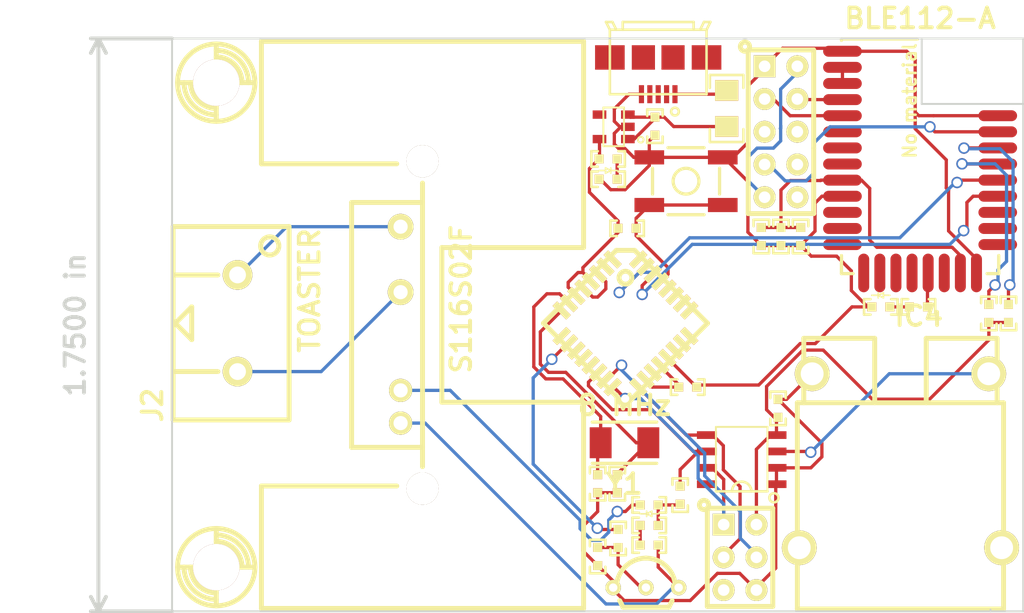
<source format=kicad_pcb>
(kicad_pcb (version 3) (host pcbnew "(2013-05-31 BZR 4019)-stable")

  (general
    (links 89)
    (no_connects 8)
    (area 220.650999 111.430999 284.301001 156.031001)
    (thickness 1.6)
    (drawings 10)
    (tracks 347)
    (zones 0)
    (modules 37)
    (nets 31)
  )

  (page A3)
  (layers
    (15 F.Cu signal)
    (0 B.Cu signal)
    (16 B.Adhes user)
    (17 F.Adhes user)
    (18 B.Paste user)
    (19 F.Paste user)
    (20 B.SilkS user)
    (21 F.SilkS user)
    (22 B.Mask user)
    (23 F.Mask user)
    (24 Dwgs.User user)
    (25 Cmts.User user)
    (26 Eco1.User user)
    (27 Eco2.User user)
    (28 Edge.Cuts user)
  )

  (setup
    (last_trace_width 0.254)
    (trace_clearance 0.254)
    (zone_clearance 0.508)
    (zone_45_only no)
    (trace_min 0.254)
    (segment_width 0.2)
    (edge_width 0.15)
    (via_size 0.889)
    (via_drill 0.635)
    (via_min_size 0.889)
    (via_min_drill 0.508)
    (uvia_size 0.508)
    (uvia_drill 0.127)
    (uvias_allowed no)
    (uvia_min_size 0.508)
    (uvia_min_drill 0.127)
    (pcb_text_width 0.3)
    (pcb_text_size 1.5 1.5)
    (mod_edge_width 0.15)
    (mod_text_size 1.5 1.5)
    (mod_text_width 0.15)
    (pad_size 1.524 1.524)
    (pad_drill 0.762)
    (pad_to_mask_clearance 0.2)
    (aux_axis_origin 0 0)
    (visible_elements FFFFFFBF)
    (pcbplotparams
      (layerselection 3178497)
      (usegerberextensions true)
      (excludeedgelayer true)
      (linewidth 0.100000)
      (plotframeref false)
      (viasonmask false)
      (mode 1)
      (useauxorigin false)
      (hpglpennumber 1)
      (hpglpenspeed 20)
      (hpglpendiameter 15)
      (hpglpenoverlay 2)
      (psnegative false)
      (psa4output false)
      (plotreference true)
      (plotvalue true)
      (plotothertext true)
      (plotinvisibletext false)
      (padsonsilk false)
      (subtractmaskfromsilk false)
      (outputformat 1)
      (mirror false)
      (drillshape 1)
      (scaleselection 1)
      (outputdirectory ""))
  )

  (net 0 "")
  (net 1 /BTRESET)
  (net 2 /DC)
  (net 3 /DD)
  (net 4 /HEAT)
  (net 5 /MISO)
  (net 6 /MOSI)
  (net 7 /RESET)
  (net 8 /RX)
  (net 9 /RXD)
  (net 10 /SCK)
  (net 11 /SSB)
  (net 12 /VIN)
  (net 13 GND)
  (net 14 N-0000026)
  (net 15 N-0000031)
  (net 16 N-0000033)
  (net 17 N-0000034)
  (net 18 N-0000035)
  (net 19 N-0000036)
  (net 20 N-0000037)
  (net 21 N-0000038)
  (net 22 N-0000040)
  (net 23 N-0000041)
  (net 24 N-0000042)
  (net 25 N-0000059)
  (net 26 N-0000060)
  (net 27 N-0000061)
  (net 28 N-0000063)
  (net 29 N-0000065)
  (net 30 VCC)

  (net_class Default "This is the default net class."
    (clearance 0.254)
    (trace_width 0.254)
    (via_dia 0.889)
    (via_drill 0.635)
    (uvia_dia 0.508)
    (uvia_drill 0.127)
    (add_net "")
    (add_net /BTRESET)
    (add_net /DC)
    (add_net /DD)
    (add_net /HEAT)
    (add_net /MISO)
    (add_net /MOSI)
    (add_net /RESET)
    (add_net /RX)
    (add_net /RXD)
    (add_net /SCK)
    (add_net /SSB)
    (add_net /VIN)
    (add_net GND)
    (add_net N-0000026)
    (add_net N-0000031)
    (add_net N-0000033)
    (add_net N-0000034)
    (add_net N-0000035)
    (add_net N-0000036)
    (add_net N-0000037)
    (add_net N-0000038)
    (add_net N-0000040)
    (add_net N-0000041)
    (add_net N-0000042)
    (add_net N-0000059)
    (add_net N-0000060)
    (add_net N-0000061)
    (add_net N-0000063)
    (add_net N-0000065)
    (add_net VCC)
  )

  (module XTAL_TXC_7A (layer F.Cu) (tedit 51246C04) (tstamp 51E43AAC)
    (at 255.8288 142.875)
    (path /51B24767)
    (fp_text reference Y1 (at 0 3.2004) (layer F.SilkS)
      (effects (font (size 1.524 1.524) (thickness 0.3048)))
    )
    (fp_text value "8 MHz" (at 0 -2.90068) (layer F.SilkS)
      (effects (font (size 1.524 1.524) (thickness 0.3048)))
    )
    (fp_line (start 2.49936 1.6002) (end -2.49936 1.6002) (layer F.SilkS) (width 0.254))
    (fp_line (start -2.49936 -1.6002) (end 2.49936 -1.6002) (layer F.SilkS) (width 0.254))
    (pad 1 smd rect (at -1.84912 0 90) (size 2.4003 1.69926)
      (layers F.Cu F.Paste F.Mask)
      (net 27 N-0000061)
    )
    (pad 2 smd rect (at 1.84912 0 90) (size 2.4003 1.69926)
      (layers F.Cu F.Paste F.Mask)
      (net 26 N-0000060)
    )
  )

  (module TQFP32_7mm (layer F.Cu) (tedit 5186F557) (tstamp 51E43AD6)
    (at 255.905 133.604 315)
    (tags "QFP TQFP 32")
    (path /51B2472F)
    (solder_paste_margin -0.254)
    (fp_text reference IC1 (at 0 7.00024 315) (layer F.SilkS) hide
      (effects (font (size 1.524 1.524) (thickness 0.3048)))
    )
    (fp_text value ATMEGA328P_TQFP (at -1.99898 -6.49986 315) (layer F.SilkS) hide
      (effects (font (size 1.524 1.524) (thickness 0.3048)))
    )
    (fp_circle (center -2.49936 -2.49936) (end -2.49936 -2.99974) (layer F.SilkS) (width 0.381))
    (fp_line (start -4.50088 -3.50012) (end -3.50012 -4.50088) (layer F.SilkS) (width 0.381))
    (fp_line (start -3.50012 -4.50088) (end 4.50088 -4.50088) (layer F.SilkS) (width 0.381))
    (fp_line (start 4.50088 -4.50088) (end 4.50088 4.50088) (layer F.SilkS) (width 0.381))
    (fp_line (start 4.50088 4.50088) (end -4.50088 4.50088) (layer F.SilkS) (width 0.381))
    (fp_line (start -4.50088 4.50088) (end -4.50088 -3.50012) (layer F.SilkS) (width 0.381))
    (pad 1 smd rect (at -4.20116 -2.79908 315) (size 1.50114 0.50038)
      (layers F.Cu F.Paste F.SilkS F.Mask)
    )
    (pad 2 smd rect (at -4.20116 -1.99898 315) (size 1.50114 0.50038)
      (layers F.Cu F.Paste F.SilkS F.Mask)
    )
    (pad 3 smd rect (at -4.20116 -1.19888 315) (size 1.50114 0.50038)
      (layers F.Cu F.Paste F.SilkS F.Mask)
      (net 13 GND)
    )
    (pad 4 smd rect (at -4.20116 -0.39878 315) (size 1.50114 0.50038)
      (layers F.Cu F.Paste F.SilkS F.Mask)
      (net 30 VCC)
    )
    (pad 5 smd rect (at -4.20116 0.39878 315) (size 1.50114 0.50038)
      (layers F.Cu F.Paste F.SilkS F.Mask)
      (net 13 GND)
    )
    (pad 6 smd rect (at -4.20116 1.19888 315) (size 1.50114 0.50038)
      (layers F.Cu F.Paste F.SilkS F.Mask)
      (net 30 VCC)
    )
    (pad 7 smd rect (at -4.20116 1.99898 315) (size 1.50114 0.50038)
      (layers F.Cu F.Paste F.SilkS F.Mask)
      (net 27 N-0000061)
    )
    (pad 8 smd rect (at -4.20116 2.79908 315) (size 1.50114 0.50038)
      (layers F.Cu F.Paste F.SilkS F.Mask)
      (net 26 N-0000060)
    )
    (pad 9 smd rect (at -2.79908 4.20116 45) (size 1.50114 0.50038)
      (layers F.Cu F.Paste F.SilkS F.Mask)
    )
    (pad 10 smd rect (at -1.99898 4.20116 45) (size 1.50114 0.50038)
      (layers F.Cu F.Paste F.SilkS F.Mask)
      (net 4 /HEAT)
    )
    (pad 11 smd rect (at -1.19888 4.20116 45) (size 1.50114 0.50038)
      (layers F.Cu F.Paste F.SilkS F.Mask)
    )
    (pad 12 smd rect (at -0.39878 4.20116 45) (size 1.50114 0.50038)
      (layers F.Cu F.Paste F.SilkS F.Mask)
    )
    (pad 13 smd rect (at 0.39878 4.20116 45) (size 1.50114 0.50038)
      (layers F.Cu F.Paste F.SilkS F.Mask)
    )
    (pad 14 smd rect (at 1.19888 4.20116 45) (size 1.50114 0.50038)
      (layers F.Cu F.Paste F.SilkS F.Mask)
      (net 11 /SSB)
    )
    (pad 15 smd rect (at 1.99898 4.20116 45) (size 1.50114 0.50038)
      (layers F.Cu F.Paste F.SilkS F.Mask)
      (net 6 /MOSI)
    )
    (pad 16 smd rect (at 2.79908 4.20116 45) (size 1.50114 0.50038)
      (layers F.Cu F.Paste F.SilkS F.Mask)
      (net 5 /MISO)
    )
    (pad 17 smd rect (at 4.20116 2.79908 135) (size 1.50114 0.50038)
      (layers F.Cu F.Paste F.SilkS F.Mask)
      (net 10 /SCK)
    )
    (pad 18 smd rect (at 4.20116 1.99898 135) (size 1.50114 0.50038)
      (layers F.Cu F.Paste F.SilkS F.Mask)
      (net 30 VCC)
    )
    (pad 19 smd rect (at 4.20116 1.19888 135) (size 1.50114 0.50038)
      (layers F.Cu F.Paste F.SilkS F.Mask)
    )
    (pad 20 smd rect (at 4.20116 0.39878 135) (size 1.50114 0.50038)
      (layers F.Cu F.Paste F.SilkS F.Mask)
      (net 30 VCC)
    )
    (pad 21 smd rect (at 4.20116 -0.39878 135) (size 1.50114 0.50038)
      (layers F.Cu F.Paste F.SilkS F.Mask)
      (net 13 GND)
    )
    (pad 22 smd rect (at 4.20116 -1.19888 135) (size 1.50114 0.50038)
      (layers F.Cu F.Paste F.SilkS F.Mask)
    )
    (pad 23 smd rect (at 4.20116 -1.99898 135) (size 1.50114 0.50038)
      (layers F.Cu F.Paste F.SilkS F.Mask)
    )
    (pad 24 smd rect (at 4.20116 -2.79908 135) (size 1.50114 0.50038)
      (layers F.Cu F.Paste F.SilkS F.Mask)
    )
    (pad 25 smd rect (at 2.79908 -4.20116 225) (size 1.50114 0.50038)
      (layers F.Cu F.Paste F.SilkS F.Mask)
    )
    (pad 26 smd rect (at 1.99898 -4.20116 225) (size 1.50114 0.50038)
      (layers F.Cu F.Paste F.SilkS F.Mask)
    )
    (pad 27 smd rect (at 1.19888 -4.20116 225) (size 1.50114 0.50038)
      (layers F.Cu F.Paste F.SilkS F.Mask)
    )
    (pad 28 smd rect (at 0.39878 -4.20116 225) (size 1.50114 0.50038)
      (layers F.Cu F.Paste F.SilkS F.Mask)
    )
    (pad 29 smd rect (at -0.39878 -4.20116 225) (size 1.50114 0.50038)
      (layers F.Cu F.Paste F.SilkS F.Mask)
      (net 7 /RESET)
    )
    (pad 30 smd rect (at -1.19888 -4.20116 225) (size 1.50114 0.50038)
      (layers F.Cu F.Paste F.SilkS F.Mask)
      (net 9 /RXD)
    )
    (pad 31 smd rect (at -1.99898 -4.20116 225) (size 1.50114 0.50038)
      (layers F.Cu F.Paste F.SilkS F.Mask)
      (net 8 /RX)
    )
    (pad 32 smd rect (at -2.79908 -4.20116 225) (size 1.50114 0.50038)
      (layers F.Cu F.Paste F.SilkS F.Mask)
    )
  )

  (module TO92 (layer F.Cu) (tedit 512C0CA6) (tstamp 51E43AE2)
    (at 257.4925 154.1145)
    (path /51B5F30D)
    (fp_text reference Q1 (at 2.286 3.048) (layer F.SilkS) hide
      (effects (font (size 1.524 1.524) (thickness 0.3048)))
    )
    (fp_text value 2N3904 (at -1.778 -3.302) (layer F.SilkS) hide
      (effects (font (size 1.524 1.524) (thickness 0.3048)))
    )
    (fp_line (start 1.778 1.524) (end 2.032 1.016) (layer F.SilkS) (width 0.381))
    (fp_line (start -1.778 1.524) (end -2.032 1.016) (layer F.SilkS) (width 0.381))
    (fp_line (start -1.778 1.524) (end 1.778 1.524) (layer F.SilkS) (width 0.381))
    (fp_arc (start 0 0) (end -2.286 0) (angle 90) (layer F.SilkS) (width 0.381))
    (fp_arc (start 0 0) (end 0 -2.286) (angle 90) (layer F.SilkS) (width 0.381))
    (pad 1 thru_hole circle (at -2.54 0) (size 1.19888 1.19888) (drill 0.65024)
      (layers *.Cu *.Mask F.SilkS)
      (net 13 GND)
    )
    (pad 2 thru_hole circle (at 0 0) (size 1.19888 1.19888) (drill 0.65024)
      (layers *.Cu *.Mask F.SilkS)
      (net 28 N-0000063)
    )
    (pad 3 thru_hole circle (at 2.54 0) (size 1.19888 1.19888) (drill 0.65024)
      (layers *.Cu *.Mask F.SilkS)
      (net 20 N-0000037)
    )
  )

  (module THERMOCOUPLE_MINI_PCC-SMP (layer F.Cu) (tedit 512C07D6) (tstamp 51E43AF4)
    (at 277.241 144.272 270)
    (path /51B24898)
    (fp_text reference TC1 (at 0 11.00074 270) (layer F.SilkS) hide
      (effects (font (size 1.524 1.524) (thickness 0.3048)))
    )
    (fp_text value THERMOCOUPLE (at -3.50012 -9.4996 270) (layer F.SilkS) hide
      (effects (font (size 1.524 1.524) (thickness 0.3048)))
    )
    (fp_line (start -4.50088 1.99898) (end -9.4996 1.99898) (layer F.SilkS) (width 0.381))
    (fp_line (start -9.4996 1.99898) (end -9.4996 7.50062) (layer F.SilkS) (width 0.381))
    (fp_line (start -9.4996 7.50062) (end -4.50088 7.50062) (layer F.SilkS) (width 0.381))
    (fp_line (start -4.50088 -7.50062) (end -9.4996 -7.50062) (layer F.SilkS) (width 0.381))
    (fp_line (start -9.4996 -7.50062) (end -9.4996 -1.99898) (layer F.SilkS) (width 0.381))
    (fp_line (start -9.4996 -1.99898) (end -4.50088 -1.99898) (layer F.SilkS) (width 0.381))
    (fp_line (start 11.50112 -8.001) (end -4.50088 -8.001) (layer F.SilkS) (width 0.381))
    (fp_line (start -4.50088 -8.001) (end -4.50088 8.001) (layer F.SilkS) (width 0.381))
    (fp_line (start -4.50088 8.001) (end 11.50112 8.001) (layer F.SilkS) (width 0.381))
    (fp_line (start 11.50112 -8.001) (end 11.50112 8.001) (layer F.SilkS) (width 0.381))
    (pad 1 thru_hole circle (at -6.74878 -6.85038 270) (size 2.70002 2.70002) (drill 1.77038)
      (layers *.Cu *.Mask F.SilkS)
      (net 14 N-0000026)
    )
    (pad 2 thru_hole circle (at -6.74878 6.85038 270) (size 2.70002 2.70002) (drill 1.77038)
      (layers *.Cu *.Mask F.SilkS)
      (net 13 GND)
    )
    (pad "" thru_hole circle (at 6.74878 -7.85114 270) (size 2.70002 2.70002) (drill 1.77038)
      (layers *.Cu *.Mask F.SilkS)
    )
    (pad "" thru_hole circle (at 6.74878 7.85114 270) (size 2.70002 2.70002) (drill 1.77038)
      (layers *.Cu *.Mask F.SilkS)
    )
  )

  (module SPST_4-pin-sm (layer F.Cu) (tedit 519BAD28) (tstamp 51E43B01)
    (at 260.604 122.5804)
    (path /51B2558B)
    (solder_mask_margin 0.2)
    (solder_paste_margin -0.1)
    (clearance 0.2)
    (attr smd)
    (fp_text reference S1 (at 0 4.572) (layer F.SilkS) hide
      (effects (font (size 1.524 1.524) (thickness 0.3048)))
    )
    (fp_text value RESET (at 0 -4.064) (layer F.SilkS) hide
      (effects (font (size 1.524 1.524) (thickness 0.3048)))
    )
    (fp_circle (center 0 0) (end 0 -1) (layer F.SilkS) (width 0.254))
    (fp_line (start -2.60096 1.00076) (end -2.60096 -1.00076) (layer F.SilkS) (width 0.254))
    (fp_line (start -1.39954 2.60096) (end 1.39954 2.60096) (layer F.SilkS) (width 0.254))
    (fp_line (start 1.39954 -2.60096) (end -1.39954 -2.60096) (layer F.SilkS) (width 0.254))
    (fp_line (start 2.60096 1.00076) (end 2.60096 -1.00076) (layer F.SilkS) (width 0.254))
    (pad 1 smd rect (at -2.84988 -1.84912) (size 2.30124 1.09982)
      (layers F.Cu F.Paste F.Mask)
      (net 13 GND)
    )
    (pad 1 smd rect (at 2.84988 -1.84912) (size 2.30124 1.09982)
      (layers F.Cu F.Paste F.Mask)
      (net 13 GND)
    )
    (pad 2 smd rect (at -2.84988 1.84912) (size 2.30124 1.09982)
      (layers F.Cu F.Paste F.Mask)
      (net 7 /RESET)
    )
    (pad 2 smd rect (at 2.84988 1.84912) (size 2.30124 1.09982)
      (layers F.Cu F.Paste F.Mask)
      (net 7 /RESET)
    )
  )

  (module SOT23-5 (layer F.Cu) (tedit 519CFFC5) (tstamp 51E43B0F)
    (at 254.9906 118.364 180)
    (path /51B5F2FF)
    (solder_mask_margin 0.1)
    (solder_paste_margin -0.025)
    (clearance 0.15)
    (attr smd)
    (fp_text reference IC2 (at 0 2.2 180) (layer F.SilkS) hide
      (effects (font (size 0.635 0.635) (thickness 0.127)))
    )
    (fp_text value MIC5205 (at 0 -2 180) (layer F.SilkS) hide
      (effects (font (size 0.635 0.635) (thickness 0.127)))
    )
    (fp_line (start -0.8 -1.5) (end -0.8 1.5) (layer F.SilkS) (width 0.15))
    (fp_line (start -0.8 1.5) (end 0.8 1.5) (layer F.SilkS) (width 0.15))
    (fp_line (start 0.8 1.5) (end 0.8 -1.5) (layer F.SilkS) (width 0.15))
    (fp_line (start 0.8 -1.5) (end -0.8 -1.5) (layer F.SilkS) (width 0.15))
    (fp_circle (center -2.1 -1) (end -2.2 -1.2) (layer F.SilkS) (width 0.15))
    (pad 1 smd rect (at -1.1 -0.95 180) (size 1.06 0.65)
      (layers F.Cu F.Paste F.Mask)
      (net 12 /VIN)
    )
    (pad 2 smd rect (at -1.1 0 180) (size 1.06 0.65)
      (layers F.Cu F.Paste F.Mask)
      (net 13 GND)
    )
    (pad 3 smd rect (at -1.1 0.95 180) (size 1.06 0.65)
      (layers F.Cu F.Paste F.Mask)
      (net 12 /VIN)
    )
    (pad 4 smd rect (at 1.1 0.95 180) (size 1.06 0.65)
      (layers F.Cu F.Paste F.Mask)
    )
    (pad 5 smd rect (at 1.1 -0.95 180) (size 1.06 0.65)
      (layers F.Cu F.Paste F.Mask)
      (net 30 VCC)
    )
  )

  (module SOIC8 (layer F.Cu) (tedit 51D1AC19) (tstamp 51E43B22)
    (at 264.922 144.145 180)
    (path /51B24889)
    (solder_mask_margin 0.15)
    (solder_paste_margin -0.04)
    (clearance 0.2)
    (attr smd)
    (fp_text reference IC3 (at 0 6.2 180) (layer F.SilkS) hide
      (effects (font (size 1 1) (thickness 0.15)))
    )
    (fp_text value MAX6675 (at 0 -6.2 180) (layer F.SilkS) hide
      (effects (font (size 1 1) (thickness 0.15)))
    )
    (fp_line (start -2 2.5) (end -2 -2.5) (layer F.SilkS) (width 0.15))
    (fp_line (start 2 -2.5) (end 2 2.5) (layer F.SilkS) (width 0.15))
    (fp_line (start 2 2.5) (end -2 2.5) (layer F.SilkS) (width 0.15))
    (fp_arc (start 0 -2.5) (end 0.75 -2.5) (angle 90) (layer F.SilkS) (width 0.2032))
    (fp_arc (start 0 -2.5) (end 0 -1.75) (angle 90) (layer F.SilkS) (width 0.2032))
    (fp_circle (center -2.5 -3) (end -2.25 -2.75) (layer F.SilkS) (width 0.2032))
    (fp_line (start 2 -2.5) (end -2 -2.5) (layer F.SilkS) (width 0.2032))
    (pad 1 smd rect (at -2.7 -1.945 180) (size 1.55 0.6)
      (layers F.Cu F.Paste F.Mask)
      (net 13 GND)
    )
    (pad 2 smd rect (at -2.7 -0.675 180) (size 1.55 0.6)
      (layers F.Cu F.Paste F.Mask)
      (net 13 GND)
    )
    (pad 3 smd rect (at -2.7 0.595 180) (size 1.55 0.6)
      (layers F.Cu F.Paste F.Mask)
      (net 14 N-0000026)
    )
    (pad 4 smd rect (at -2.7 1.865 180) (size 1.55 0.6)
      (layers F.Cu F.Paste F.Mask)
      (net 30 VCC)
    )
    (pad 5 smd rect (at 2.7 1.865 180) (size 1.55 0.6)
      (layers F.Cu F.Paste F.Mask)
      (net 10 /SCK)
    )
    (pad 6 smd rect (at 2.7 0.595 180) (size 1.55 0.6)
      (layers F.Cu F.Paste F.Mask)
      (net 11 /SSB)
    )
    (pad 7 smd rect (at 2.7 -0.675 180) (size 1.55 0.6)
      (layers F.Cu F.Paste F.Mask)
      (net 5 /MISO)
    )
    (pad 8 smd rect (at 2.7 -1.945 180) (size 1.55 0.6)
      (layers F.Cu F.Paste F.Mask)
    )
  )

  (module SHARP_SIP_SSR (layer F.Cu) (tedit 51328D46) (tstamp 51E43B3F)
    (at 240.157 133.731 270)
    (path /51B26352)
    (fp_text reference K1 (at 0.50038 7.50062 270) (layer F.SilkS) hide
      (effects (font (size 1.524 1.524) (thickness 0.3048)))
    )
    (fp_text value S116S02F (at -1.99898 -2.99974 270) (layer F.SilkS)
      (effects (font (size 1.524 1.524) (thickness 0.3048)))
    )
    (fp_text user "OHMITE RA-T2X-38E" (at -14.00048 -8.001 270) (layer F.SilkS) hide
      (effects (font (size 0.89916 0.89916) (thickness 0.20066)))
    )
    (fp_text user HEATSINK (at -14.50086 -10.50036 270) (layer F.SilkS) hide
      (effects (font (size 1.524 1.524) (thickness 0.3048)))
    )
    (fp_line (start 12.49934 12.49934) (end 21.99894 12.49934) (layer F.SilkS) (width 0.381))
    (fp_line (start -12.49934 12.49934) (end -21.99894 12.49934) (layer F.SilkS) (width 0.381))
    (fp_line (start -9.4996 0) (end -11.00074 0) (layer F.SilkS) (width 0.381))
    (fp_line (start -12.49934 1.99898) (end -12.49934 12.49934) (layer F.SilkS) (width 0.381))
    (fp_line (start 12.49934 1.99898) (end 12.49934 12.49934) (layer F.SilkS) (width 0.381))
    (fp_line (start 9.4996 0) (end 11.00074 0) (layer F.SilkS) (width 0.381))
    (fp_line (start 5.99948 -12.49934) (end 21.99894 -12.49934) (layer F.SilkS) (width 0.381))
    (fp_line (start -5.99948 -12.49934) (end -21.99894 -12.49934) (layer F.SilkS) (width 0.381))
    (fp_line (start -5.99948 -1.50114) (end -5.99948 -12.49934) (layer F.SilkS) (width 0.381))
    (fp_line (start -5.99948 -1.50114) (end 5.99948 -1.50114) (layer F.SilkS) (width 0.381))
    (fp_line (start 5.99948 -1.50114) (end 5.99948 -12.49934) (layer F.SilkS) (width 0.381))
    (fp_line (start -21.99894 -12.49934) (end -21.99894 12.49934) (layer F.SilkS) (width 0.381))
    (fp_line (start 21.99894 12.49934) (end 21.99894 -12.49934) (layer F.SilkS) (width 0.381))
    (fp_line (start 9.4996 0) (end -9.4996 0) (layer F.SilkS) (width 0.381))
    (fp_line (start -9.4996 0) (end -9.4996 5.4991) (layer F.SilkS) (width 0.381))
    (fp_line (start -9.4996 5.4991) (end 9.4996 5.4991) (layer F.SilkS) (width 0.381))
    (fp_line (start 9.4996 5.4991) (end 9.4996 0) (layer F.SilkS) (width 0.381))
    (pad 1 thru_hole circle (at -7.62 1.69926 270) (size 1.99898 1.99898) (drill 1.09982)
      (layers *.Cu *.Mask F.SilkS)
      (net 21 N-0000038)
    )
    (pad 2 thru_hole circle (at -2.54 1.69926 270) (size 1.99898 1.99898) (drill 1.09982)
      (layers *.Cu *.Mask F.SilkS)
      (net 19 N-0000036)
    )
    (pad 3 thru_hole circle (at 5.08 1.69926 270) (size 1.80086 1.80086) (drill 1.09982)
      (layers *.Cu *.Mask F.SilkS)
      (net 29 N-0000065)
    )
    (pad 4 thru_hole circle (at 7.62 1.69926 270) (size 1.80086 1.80086) (drill 1.09982)
      (layers *.Cu *.Mask F.SilkS)
      (net 20 N-0000037)
    )
    (pad "" thru_hole circle (at 12.7 0 270) (size 2.49936 2.49936) (drill 2.49936)
      (layers *.Cu *.Mask F.SilkS)
    )
    (pad "" thru_hole circle (at -12.7 0 270) (size 2.49936 2.49936) (drill 2.49936)
      (layers *.Cu *.Mask F.SilkS)
    )
  )

  (module MICROUSB_sm (layer F.Cu) (tedit 519D122C) (tstamp 51E43B5B)
    (at 258.445 113.03 270)
    (path /51B5F7C4)
    (solder_mask_margin 0.1)
    (solder_paste_margin -0.025)
    (clearance 0.15)
    (attr smd)
    (fp_text reference J1 (at 0 6.45 270) (layer F.SilkS) hide
      (effects (font (size 1.524 1.524) (thickness 0.3048)))
    )
    (fp_text value MICROUSB (at 0 -6.5 270) (layer F.SilkS) hide
      (effects (font (size 1.524 1.524) (thickness 0.3048)))
    )
    (fp_line (start 2.8 -3.75) (end -2.2 -3.75) (layer F.SilkS) (width 0.2))
    (fp_line (start -2.2 3.75) (end 2.8 3.75) (layer F.SilkS) (width 0.2))
    (fp_circle (center 4.15 -1.3) (end 4.15 -1.6) (layer F.SilkS) (width 0.2))
    (fp_line (start -2.2 -2.75) (end -2.8 -2.75) (layer F.SilkS) (width 0.2))
    (fp_line (start -2.8 -2.75) (end -2.8 2.75) (layer F.SilkS) (width 0.2))
    (fp_line (start -2.8 2.75) (end -2.2 2.75) (layer F.SilkS) (width 0.2))
    (fp_line (start -2.2 -3.25) (end -2.8 -3.55) (layer F.SilkS) (width 0.2))
    (fp_line (start -2.2 -3.75) (end -2.8 -4.05) (layer F.SilkS) (width 0.2))
    (fp_line (start -2.8 -4.05) (end -2.8 -3.55) (layer F.SilkS) (width 0.2))
    (fp_line (start -2.2 3.25) (end -2.8 3.55) (layer F.SilkS) (width 0.2))
    (fp_line (start -2.2 3.75) (end -2.8 4.05) (layer F.SilkS) (width 0.2))
    (fp_line (start -2.8 4.05) (end -2.8 3.55) (layer F.SilkS) (width 0.2))
    (fp_line (start -2.2 3.75) (end -2.2 -3.75) (layer F.SilkS) (width 0.2))
    (fp_line (start -1.5 3.75) (end -1.5 -3.75) (layer F.SilkS) (width 0.127))
    (fp_line (start 2.8 3.75) (end 2.8 -3.75) (layer F.SilkS) (width 0.2))
    (pad 1 smd rect (at 2.8 -1.3 270) (size 1.4 0.4)
      (layers F.Cu F.Paste F.Mask)
      (net 24 N-0000042)
    )
    (pad 2 smd rect (at 2.8 -0.65 270) (size 1.4 0.4)
      (layers F.Cu F.Paste F.Mask)
    )
    (pad 3 smd rect (at 2.8 0 270) (size 1.4 0.4)
      (layers F.Cu F.Paste F.Mask)
    )
    (pad 4 smd rect (at 2.8 0.65 270) (size 1.4 0.4)
      (layers F.Cu F.Paste F.Mask)
    )
    (pad 5 smd rect (at 2.8 1.3 270) (size 1.4 0.4)
      (layers F.Cu F.Paste F.Mask)
      (net 13 GND)
    )
    (pad "" smd rect (at -0.05 -3.75 270) (size 1.9 2.3)
      (layers F.Cu F.Paste F.Mask)
      (solder_paste_margin -0.2)
    )
    (pad "" smd rect (at -0.05 3.75 270) (size 1.9 2.3)
      (layers F.Cu F.Paste F.Mask)
      (solder_paste_margin -0.2)
    )
    (pad "" smd rect (at -0.05 1.15 270) (size 1.9 1.8)
      (layers F.Cu F.Paste F.Mask)
      (solder_paste_margin -0.2)
    )
    (pad "" smd rect (at -0.05 -1.15 270) (size 1.9 1.8)
      (layers F.Cu F.Paste F.Mask)
      (solder_paste_margin -0.2)
    )
  )

  (module ED110 (layer F.Cu) (tedit 513298C8) (tstamp 51E43B6B)
    (at 225.806 133.604 270)
    (path /51B26361)
    (fp_text reference J2 (at 6.35 6.604 270) (layer F.SilkS)
      (effects (font (size 1.524 1.524) (thickness 0.3048)))
    )
    (fp_text value TOASTER (at -2.54 -5.588 270) (layer F.SilkS)
      (effects (font (size 1.524 1.524) (thickness 0.3048)))
    )
    (fp_line (start 0 4.826) (end 1.27 3.556) (layer F.SilkS) (width 0.381))
    (fp_line (start 1.27 3.556) (end -1.27 3.556) (layer F.SilkS) (width 0.381))
    (fp_line (start -1.27 3.556) (end 0 4.826) (layer F.SilkS) (width 0.381))
    (fp_line (start 3.7465 1.524) (end 3.7465 4.826) (layer F.SilkS) (width 0.381))
    (fp_line (start -3.7465 1.524) (end -3.7465 4.826) (layer F.SilkS) (width 0.381))
    (fp_circle (center -5.99948 -2.49936) (end -6.49986 -2.99974) (layer F.SilkS) (width 0.381))
    (fp_line (start 7.50062 -4.0005) (end -7.50062 -4.0005) (layer F.SilkS) (width 0.381))
    (fp_line (start -7.50062 -4.0005) (end -7.50062 5.00126) (layer F.SilkS) (width 0.381))
    (fp_line (start -7.50062 5.00126) (end 7.50062 5.00126) (layer F.SilkS) (width 0.381))
    (fp_line (start 7.50062 5.00126) (end 7.50062 -4.0005) (layer F.SilkS) (width 0.381))
    (pad 2 thru_hole circle (at -3.74904 0 270) (size 2.30124 2.30124) (drill 1.30048)
      (layers *.Cu *.Mask F.SilkS)
      (net 21 N-0000038)
    )
    (pad 1 thru_hole circle (at 3.74904 0 270) (size 2.30124 2.30124) (drill 1.30048)
      (layers *.Cu *.Mask F.SilkS)
      (net 19 N-0000036)
    )
  )

  (module BLE112-A (layer F.Cu) (tedit 51247648) (tstamp 51E43B95)
    (at 278.765 120.65)
    (path /51B2487A)
    (fp_text reference IC4 (at -0.09906 12.40028) (layer F.SilkS)
      (effects (font (size 1.524 1.524) (thickness 0.3048)))
    )
    (fp_text value BLE112-A (at 0 -10.70102) (layer F.SilkS)
      (effects (font (size 1.524 1.524) (thickness 0.3048)))
    )
    (fp_line (start -6.10108 -8.99922) (end -6.10108 -9.10082) (layer F.SilkS) (width 0.254))
    (fp_line (start -6.10108 -9.10082) (end -0.20066 -9.10082) (layer F.SilkS) (width 0.254))
    (fp_text user "No material" (at -0.8001 -4.30022 90) (layer F.SilkS)
      (effects (font (size 1.00076 1.00076) (thickness 0.20066)))
    )
    (fp_line (start -6.10108 9.10082) (end -5.19938 9.10082) (layer F.SilkS) (width 0.254))
    (fp_line (start -6.10108 9.10082) (end -6.10108 7.69874) (layer F.SilkS) (width 0.254))
    (fp_line (start 6.10108 9.10082) (end 6.10108 7.69874) (layer F.SilkS) (width 0.254))
    (fp_line (start 6.10108 9.10082) (end 5.19938 9.10082) (layer F.SilkS) (width 0.254))
    (pad 1 smd oval (at -6.02488 -8.15086) (size 2.99974 0.8509)
      (layers F.Cu F.Paste F.Mask)
      (net 13 GND)
    )
    (pad 2 smd oval (at -6.02488 -6.90118) (size 2.99974 0.8509)
      (layers F.Cu F.Paste F.Mask)
      (net 25 N-0000059)
    )
    (pad 3 smd oval (at -6.02488 -5.64896) (size 2.99974 0.8509)
      (layers F.Cu F.Paste F.Mask)
      (net 25 N-0000059)
    )
    (pad 4 smd oval (at -6.02488 -4.39928) (size 2.99974 0.8509)
      (layers F.Cu F.Paste F.Mask)
      (net 3 /DD)
    )
    (pad 5 smd oval (at -6.02488 -3.1496) (size 2.99974 0.8509)
      (layers F.Cu F.Paste F.Mask)
      (net 2 /DC)
    )
    (pad 6 smd oval (at -6.02488 -1.89992) (size 2.99974 0.8509)
      (layers F.Cu F.Paste F.Mask)
    )
    (pad 7 smd oval (at -6.02488 -0.65024) (size 2.99974 0.8509)
      (layers F.Cu F.Paste F.Mask)
    )
    (pad 8 smd oval (at -6.02488 0.59944) (size 2.99974 0.8509)
      (layers F.Cu F.Paste F.Mask)
    )
    (pad 9 smd oval (at -6.02488 1.84912) (size 2.99974 0.8509)
      (layers F.Cu F.Paste F.Mask)
      (net 25 N-0000059)
    )
    (pad 10 smd oval (at -6.02488 3.0988) (size 2.99974 0.8509)
      (layers F.Cu F.Paste F.Mask)
      (net 13 GND)
    )
    (pad 11 smd oval (at -6.02488 4.35102) (size 2.99974 0.8509)
      (layers F.Cu F.Paste F.Mask)
    )
    (pad 12 smd oval (at -6.02488 5.6007) (size 2.99974 0.8509)
      (layers F.Cu F.Paste F.Mask)
    )
    (pad 13 smd oval (at -6.02488 6.85038) (size 2.99974 0.8509)
      (layers F.Cu F.Paste F.Mask)
    )
    (pad 14 smd oval (at -4.37388 9.05002 90) (size 2.99974 0.8509)
      (layers F.Cu F.Paste F.Mask)
    )
    (pad 15 smd oval (at -3.1242 9.05002 90) (size 2.99974 0.8509)
      (layers F.Cu F.Paste F.Mask)
    )
    (pad 16 smd oval (at -1.87452 9.05002 90) (size 2.99974 0.8509)
      (layers F.Cu F.Paste F.Mask)
    )
    (pad 17 smd oval (at -0.62484 9.05002 90) (size 2.99974 0.8509)
      (layers F.Cu F.Paste F.Mask)
    )
    (pad 18 smd oval (at 0.62484 9.05002 90) (size 2.99974 0.8509)
      (layers F.Cu F.Paste F.Mask)
      (net 18 N-0000035)
    )
    (pad 19 smd oval (at 1.87452 9.05002 90) (size 2.99974 0.8509)
      (layers F.Cu F.Paste F.Mask)
    )
    (pad 20 smd oval (at 3.1242 9.05002 90) (size 2.99974 0.8509)
      (layers F.Cu F.Paste F.Mask)
      (net 25 N-0000059)
    )
    (pad 21 smd oval (at 4.37388 9.05002 90) (size 2.99974 0.8509)
      (layers F.Cu F.Paste F.Mask)
      (net 13 GND)
    )
    (pad 22 smd oval (at 6.02488 6.85038) (size 2.99974 0.8509)
      (layers F.Cu F.Paste F.Mask)
    )
    (pad 23 smd oval (at 6.02488 5.6007) (size 2.99974 0.8509)
      (layers F.Cu F.Paste F.Mask)
    )
    (pad 24 smd oval (at 6.02488 4.35102) (size 2.99974 0.8509)
      (layers F.Cu F.Paste F.Mask)
    )
    (pad 25 smd oval (at 6.02488 3.0988) (size 2.99974 0.8509)
      (layers F.Cu F.Paste F.Mask)
      (net 9 /RXD)
    )
    (pad 26 smd oval (at 6.02488 1.84912) (size 2.99974 0.8509)
      (layers F.Cu F.Paste F.Mask)
      (net 8 /RX)
    )
    (pad 27 smd oval (at 6.02488 0.59944) (size 2.99974 0.8509)
      (layers F.Cu F.Paste F.Mask)
      (net 22 N-0000040)
    )
    (pad 28 smd oval (at 6.02488 -0.65024) (size 2.99974 0.8509)
      (layers F.Cu F.Paste F.Mask)
      (net 23 N-0000041)
    )
    (pad 29 smd oval (at 6.02488 -1.89992) (size 2.99974 0.8509)
      (layers F.Cu F.Paste F.Mask)
      (net 1 /BTRESET)
    )
    (pad 30 smd oval (at 6.02488 -3.1496) (size 2.99974 0.8509)
      (layers F.Cu F.Paste F.Mask)
      (net 13 GND)
    )
    (pad "" smd rect (at 4.0005 -6.35) (size 8.001 5.4991)
      (layers *.Mask)
    )
  )

  (module 2x5-array (layer F.Cu) (tedit 519D23D2) (tstamp 51E43BAA)
    (at 267.97 118.745)
    (path /51B60893)
    (fp_text reference J3 (at 0 8.89) (layer F.SilkS) hide
      (effects (font (size 1.524 1.524) (thickness 0.3048)))
    )
    (fp_text value CC_ISP (at 0 -8.89) (layer F.SilkS) hide
      (effects (font (size 1.524 1.524) (thickness 0.3048)))
    )
    (fp_line (start 2.54 6.35) (end -2.54 6.35) (layer F.SilkS) (width 0.381))
    (fp_line (start -2.54 6.35) (end -2.54 1.27) (layer F.SilkS) (width 0.381))
    (fp_line (start 2.54 6.35) (end 2.54 1.27) (layer F.SilkS) (width 0.381))
    (fp_circle (center -2.794 -6.604) (end -2.54 -6.35) (layer F.SilkS) (width 0.381))
    (fp_line (start 2.54 -6.35) (end -2.54 -6.35) (layer F.SilkS) (width 0.381))
    (fp_line (start -2.54 -6.35) (end -2.54 1.27) (layer F.SilkS) (width 0.381))
    (fp_line (start 2.54 1.27) (end 2.54 -6.35) (layer F.SilkS) (width 0.381))
    (pad 10 thru_hole circle (at 1.27 5.08) (size 1.7 1.7) (drill 0.9)
      (layers *.Cu *.Mask F.SilkS)
    )
    (pad 9 thru_hole circle (at -1.27 5.08) (size 1.7 1.7) (drill 0.9)
      (layers *.Cu *.Mask F.SilkS)
      (net 30 VCC)
    )
    (pad 8 thru_hole circle (at 1.27 2.54) (size 1.7 1.7) (drill 0.9)
      (layers *.Cu *.Mask F.SilkS)
    )
    (pad 7 thru_hole circle (at -1.27 2.54) (size 1.7 1.7) (drill 0.9)
      (layers *.Cu *.Mask F.SilkS)
      (net 1 /BTRESET)
    )
    (pad 1 thru_hole rect (at -1.27 -5.08) (size 1.7 1.7) (drill 0.9)
      (layers *.Cu *.Mask F.SilkS)
      (net 13 GND)
    )
    (pad 2 thru_hole circle (at 1.27 -5.08) (size 1.7 1.7) (drill 0.9)
      (layers *.Cu *.Mask F.SilkS)
      (net 30 VCC)
    )
    (pad 3 thru_hole circle (at -1.27 -2.54) (size 1.7 1.7) (drill 0.9)
      (layers *.Cu *.Mask F.SilkS)
      (net 2 /DC)
    )
    (pad 4 thru_hole circle (at 1.27 -2.54) (size 1.7 1.7) (drill 0.9)
      (layers *.Cu *.Mask F.SilkS)
      (net 3 /DD)
    )
    (pad 5 thru_hole circle (at -1.27 0) (size 1.7 1.7) (drill 0.9)
      (layers *.Cu *.Mask F.SilkS)
    )
    (pad 6 thru_hole circle (at 1.27 0) (size 1.7 1.7) (drill 0.9)
      (layers *.Cu *.Mask F.SilkS)
    )
  )

  (module 2x3-array (layer F.Cu) (tedit 519D2296) (tstamp 51E43BB9)
    (at 264.795 151.765)
    (path /51B2473E)
    (fp_text reference P1 (at 0 5.5) (layer F.SilkS) hide
      (effects (font (size 1.524 1.524) (thickness 0.3048)))
    )
    (fp_text value AVR_ISP (at 0 -6) (layer F.SilkS) hide
      (effects (font (size 1.524 1.524) (thickness 0.3048)))
    )
    (fp_circle (center -2.794 -4.064) (end -2.54 -3.81) (layer F.SilkS) (width 0.381))
    (fp_line (start 2.54 -3.81) (end -2.54 -3.81) (layer F.SilkS) (width 0.381))
    (fp_line (start -2.54 -3.81) (end -2.54 3.81) (layer F.SilkS) (width 0.381))
    (fp_line (start -2.54 3.81) (end 2.54 3.81) (layer F.SilkS) (width 0.381))
    (fp_line (start 2.54 3.81) (end 2.54 -3.81) (layer F.SilkS) (width 0.381))
    (pad 1 thru_hole rect (at -1.27 -2.54) (size 1.7 1.7) (drill 0.9)
      (layers *.Cu *.Mask F.SilkS)
      (net 5 /MISO)
    )
    (pad 2 thru_hole circle (at 1.27 -2.54) (size 1.7 1.7) (drill 0.9)
      (layers *.Cu *.Mask F.SilkS)
      (net 30 VCC)
    )
    (pad 3 thru_hole circle (at -1.27 0) (size 1.7 1.7) (drill 0.9)
      (layers *.Cu *.Mask F.SilkS)
      (net 10 /SCK)
    )
    (pad 4 thru_hole circle (at 1.27 0) (size 1.7 1.7) (drill 0.9)
      (layers *.Cu *.Mask F.SilkS)
      (net 6 /MOSI)
    )
    (pad 5 thru_hole circle (at -1.27 2.54) (size 1.7 1.7) (drill 0.9)
      (layers *.Cu *.Mask F.SilkS)
      (net 7 /RESET)
    )
    (pad 6 thru_hole circle (at 1.27 2.54) (size 1.7 1.7) (drill 0.9)
      (layers *.Cu *.Mask F.SilkS)
      (net 13 GND)
    )
  )

  (module "1206(3216m)" (layer F.Cu) (tedit 519CEA4F) (tstamp 51E43BC5)
    (at 263.7536 116.9416 270)
    (path /51B5F5C8)
    (attr smd)
    (fp_text reference F1 (at 0 2.6 270) (layer F.SilkS) hide
      (effects (font (size 1.524 1.524) (thickness 0.3048)))
    )
    (fp_text value 500mA (at 0 -2.4 270) (layer F.SilkS) hide
      (effects (font (size 1.524 1.524) (thickness 0.3048)))
    )
    (fp_line (start -2.6 1.3) (end -2.6 -1.3) (layer F.SilkS) (width 0.2))
    (fp_line (start -2.6 -1.3) (end -1.6 -1.3) (layer F.SilkS) (width 0.2))
    (fp_line (start -2.6 1.3) (end -1.6 1.3) (layer F.SilkS) (width 0.2))
    (fp_line (start 2.6 -1.3) (end 2.6 1.3) (layer F.SilkS) (width 0.2))
    (fp_line (start 2.6 1.3) (end 1.6 1.3) (layer F.SilkS) (width 0.2))
    (fp_line (start 2.6 -1.3) (end 1.6 -1.3) (layer F.SilkS) (width 0.2))
    (pad 1 smd rect (at -1.4 0 270) (size 1.6 1.8)
      (layers F.Cu F.Paste F.SilkS F.Mask)
      (net 24 N-0000042)
    )
    (pad 2 smd rect (at 1.4 0 270) (size 1.6 1.8)
      (layers F.Cu F.Paste F.SilkS F.Mask)
      (net 12 /VIN)
    )
  )

  (module "0603(1608m)_led" (layer F.Cu) (tedit 51B11AEB) (tstamp 51E43BD7)
    (at 275.717 132.334)
    (path /51E34AE7)
    (solder_paste_margin -0.025)
    (attr smd)
    (fp_text reference LED3 (at 0 2.1) (layer F.SilkS) hide
      (effects (font (size 1.524 1.524) (thickness 0.3048)))
    )
    (fp_text value BT_CONN (at 0 -2.7) (layer F.SilkS) hide
      (effects (font (size 1.524 1.524) (thickness 0.3048)))
    )
    (fp_line (start -0.2 -0.9) (end -0.7 -0.9) (layer F.SilkS) (width 0.127))
    (fp_line (start 0.2 -0.9) (end 0.7 -0.9) (layer F.SilkS) (width 0.127))
    (fp_line (start -0.2 -0.9) (end 0.2 -1.1) (layer F.SilkS) (width 0.127))
    (fp_line (start 0.2 -1.1) (end 0.2 -0.7) (layer F.SilkS) (width 0.127))
    (fp_line (start 0.2 -0.7) (end -0.2 -0.9) (layer F.SilkS) (width 0.127))
    (fp_line (start -0.2 -0.7) (end -0.2 -1.1) (layer F.SilkS) (width 0.127))
    (fp_line (start -1.3 0.6) (end -1.3 -0.6) (layer F.SilkS) (width 0.2))
    (fp_line (start -1.3 -0.6) (end -0.8 -0.6) (layer F.SilkS) (width 0.2))
    (fp_line (start -1.3 0.6) (end -0.8 0.6) (layer F.SilkS) (width 0.2))
    (fp_line (start 1.3 -0.6) (end 1.3 0.6) (layer F.SilkS) (width 0.2))
    (fp_line (start 1.3 0.6) (end 0.8 0.6) (layer F.SilkS) (width 0.2))
    (fp_line (start 1.3 -0.6) (end 0.8 -0.6) (layer F.SilkS) (width 0.2))
    (pad 1 smd rect (at -0.7 0) (size 0.7 0.7)
      (layers F.Cu F.Paste F.SilkS F.Mask)
      (net 13 GND)
    )
    (pad 2 smd rect (at 0.7 0) (size 0.7 0.7)
      (layers F.Cu F.Paste F.SilkS F.Mask)
      (net 17 N-0000034)
    )
  )

  (module "0603(1608m)_led" (layer F.Cu) (tedit 51B11AEB) (tstamp 51E43BE9)
    (at 254.5588 120.8532 180)
    (path /51E3482D)
    (solder_paste_margin -0.025)
    (attr smd)
    (fp_text reference LED2 (at 0 2.1 180) (layer F.SilkS) hide
      (effects (font (size 1.524 1.524) (thickness 0.3048)))
    )
    (fp_text value PWR_ON (at 0 -2.7 180) (layer F.SilkS) hide
      (effects (font (size 1.524 1.524) (thickness 0.3048)))
    )
    (fp_line (start -0.2 -0.9) (end -0.7 -0.9) (layer F.SilkS) (width 0.127))
    (fp_line (start 0.2 -0.9) (end 0.7 -0.9) (layer F.SilkS) (width 0.127))
    (fp_line (start -0.2 -0.9) (end 0.2 -1.1) (layer F.SilkS) (width 0.127))
    (fp_line (start 0.2 -1.1) (end 0.2 -0.7) (layer F.SilkS) (width 0.127))
    (fp_line (start 0.2 -0.7) (end -0.2 -0.9) (layer F.SilkS) (width 0.127))
    (fp_line (start -0.2 -0.7) (end -0.2 -1.1) (layer F.SilkS) (width 0.127))
    (fp_line (start -1.3 0.6) (end -1.3 -0.6) (layer F.SilkS) (width 0.2))
    (fp_line (start -1.3 -0.6) (end -0.8 -0.6) (layer F.SilkS) (width 0.2))
    (fp_line (start -1.3 0.6) (end -0.8 0.6) (layer F.SilkS) (width 0.2))
    (fp_line (start 1.3 -0.6) (end 1.3 0.6) (layer F.SilkS) (width 0.2))
    (fp_line (start 1.3 0.6) (end 0.8 0.6) (layer F.SilkS) (width 0.2))
    (fp_line (start 1.3 -0.6) (end 0.8 -0.6) (layer F.SilkS) (width 0.2))
    (pad 1 smd rect (at -0.7 0 180) (size 0.7 0.7)
      (layers F.Cu F.Paste F.SilkS F.Mask)
      (net 16 N-0000033)
    )
    (pad 2 smd rect (at 0.7 0 180) (size 0.7 0.7)
      (layers F.Cu F.Paste F.SilkS F.Mask)
      (net 30 VCC)
    )
  )

  (module "0603(1608m)_led" (layer F.Cu) (tedit 51B11AEB) (tstamp 51E43BFB)
    (at 257.7465 149.2885)
    (path /51B5EE1C)
    (solder_paste_margin -0.025)
    (attr smd)
    (fp_text reference LED1 (at 0 2.1) (layer F.SilkS) hide
      (effects (font (size 1.524 1.524) (thickness 0.3048)))
    )
    (fp_text value HEAT_ON (at 0 -2.7) (layer F.SilkS) hide
      (effects (font (size 1.524 1.524) (thickness 0.3048)))
    )
    (fp_line (start -0.2 -0.9) (end -0.7 -0.9) (layer F.SilkS) (width 0.127))
    (fp_line (start 0.2 -0.9) (end 0.7 -0.9) (layer F.SilkS) (width 0.127))
    (fp_line (start -0.2 -0.9) (end 0.2 -1.1) (layer F.SilkS) (width 0.127))
    (fp_line (start 0.2 -1.1) (end 0.2 -0.7) (layer F.SilkS) (width 0.127))
    (fp_line (start 0.2 -0.7) (end -0.2 -0.9) (layer F.SilkS) (width 0.127))
    (fp_line (start -0.2 -0.7) (end -0.2 -1.1) (layer F.SilkS) (width 0.127))
    (fp_line (start -1.3 0.6) (end -1.3 -0.6) (layer F.SilkS) (width 0.2))
    (fp_line (start -1.3 -0.6) (end -0.8 -0.6) (layer F.SilkS) (width 0.2))
    (fp_line (start -1.3 0.6) (end -0.8 0.6) (layer F.SilkS) (width 0.2))
    (fp_line (start 1.3 -0.6) (end 1.3 0.6) (layer F.SilkS) (width 0.2))
    (fp_line (start 1.3 0.6) (end 0.8 0.6) (layer F.SilkS) (width 0.2))
    (fp_line (start 1.3 -0.6) (end 0.8 -0.6) (layer F.SilkS) (width 0.2))
    (pad 1 smd rect (at -0.7 0) (size 0.7 0.7)
      (layers F.Cu F.Paste F.SilkS F.Mask)
      (net 15 N-0000031)
    )
    (pad 2 smd rect (at 0.7 0) (size 0.7 0.7)
      (layers F.Cu F.Paste F.SilkS F.Mask)
      (net 30 VCC)
    )
  )

  (module "0603(1608m)" (layer F.Cu) (tedit 519CEABD) (tstamp 51E43C07)
    (at 253.746 151.7015 90)
    (path /51B5F479)
    (solder_paste_margin -0.025)
    (attr smd)
    (fp_text reference R4 (at 0 2.1 90) (layer F.SilkS) hide
      (effects (font (size 1.524 1.524) (thickness 0.3048)))
    )
    (fp_text value 10k (at 0 -1.9 90) (layer F.SilkS) hide
      (effects (font (size 1.524 1.524) (thickness 0.3048)))
    )
    (fp_line (start -1.3 0.6) (end -1.3 -0.6) (layer F.SilkS) (width 0.2))
    (fp_line (start -1.3 -0.6) (end -0.8 -0.6) (layer F.SilkS) (width 0.2))
    (fp_line (start -1.3 0.6) (end -0.8 0.6) (layer F.SilkS) (width 0.2))
    (fp_line (start 1.3 -0.6) (end 1.3 0.6) (layer F.SilkS) (width 0.2))
    (fp_line (start 1.3 0.6) (end 0.8 0.6) (layer F.SilkS) (width 0.2))
    (fp_line (start 1.3 -0.6) (end 0.8 -0.6) (layer F.SilkS) (width 0.2))
    (pad 1 smd rect (at -0.7 0 90) (size 0.7 0.7)
      (layers F.Cu F.Paste F.SilkS F.Mask)
      (net 13 GND)
    )
    (pad 2 smd rect (at 0.7 0 90) (size 0.7 0.7)
      (layers F.Cu F.Paste F.SilkS F.Mask)
      (net 28 N-0000063)
    )
  )

  (module "0603(1608m)" (layer F.Cu) (tedit 519CEABD) (tstamp 51E43C13)
    (at 278.638 132.334 180)
    (path /51E34AD8)
    (solder_paste_margin -0.025)
    (attr smd)
    (fp_text reference R10 (at 0 2.1 180) (layer F.SilkS) hide
      (effects (font (size 1.524 1.524) (thickness 0.3048)))
    )
    (fp_text value 1k (at 0 -1.9 180) (layer F.SilkS) hide
      (effects (font (size 1.524 1.524) (thickness 0.3048)))
    )
    (fp_line (start -1.3 0.6) (end -1.3 -0.6) (layer F.SilkS) (width 0.2))
    (fp_line (start -1.3 -0.6) (end -0.8 -0.6) (layer F.SilkS) (width 0.2))
    (fp_line (start -1.3 0.6) (end -0.8 0.6) (layer F.SilkS) (width 0.2))
    (fp_line (start 1.3 -0.6) (end 1.3 0.6) (layer F.SilkS) (width 0.2))
    (fp_line (start 1.3 0.6) (end 0.8 0.6) (layer F.SilkS) (width 0.2))
    (fp_line (start 1.3 -0.6) (end 0.8 -0.6) (layer F.SilkS) (width 0.2))
    (pad 1 smd rect (at -0.7 0 180) (size 0.7 0.7)
      (layers F.Cu F.Paste F.SilkS F.Mask)
      (net 18 N-0000035)
    )
    (pad 2 smd rect (at 0.7 0 180) (size 0.7 0.7)
      (layers F.Cu F.Paste F.SilkS F.Mask)
      (net 17 N-0000034)
    )
  )

  (module "0603(1608m)" (layer F.Cu) (tedit 519CEABD) (tstamp 51E43C1F)
    (at 254.5588 122.428)
    (path /51E3483C)
    (solder_paste_margin -0.025)
    (attr smd)
    (fp_text reference R9 (at 0 2.1) (layer F.SilkS) hide
      (effects (font (size 1.524 1.524) (thickness 0.3048)))
    )
    (fp_text value 1k (at 0 -1.9) (layer F.SilkS) hide
      (effects (font (size 1.524 1.524) (thickness 0.3048)))
    )
    (fp_line (start -1.3 0.6) (end -1.3 -0.6) (layer F.SilkS) (width 0.2))
    (fp_line (start -1.3 -0.6) (end -0.8 -0.6) (layer F.SilkS) (width 0.2))
    (fp_line (start -1.3 0.6) (end -0.8 0.6) (layer F.SilkS) (width 0.2))
    (fp_line (start 1.3 -0.6) (end 1.3 0.6) (layer F.SilkS) (width 0.2))
    (fp_line (start 1.3 0.6) (end 0.8 0.6) (layer F.SilkS) (width 0.2))
    (fp_line (start 1.3 -0.6) (end 0.8 -0.6) (layer F.SilkS) (width 0.2))
    (pad 1 smd rect (at -0.7 0) (size 0.7 0.7)
      (layers F.Cu F.Paste F.SilkS F.Mask)
      (net 13 GND)
    )
    (pad 2 smd rect (at 0.7 0) (size 0.7 0.7)
      (layers F.Cu F.Paste F.SilkS F.Mask)
      (net 16 N-0000033)
    )
  )

  (module "0603(1608m)" (layer F.Cu) (tedit 519CEABD) (tstamp 51E43C2B)
    (at 285.623 132.842 270)
    (path /51B5FE22)
    (solder_paste_margin -0.025)
    (attr smd)
    (fp_text reference R8 (at 0 2.1 270) (layer F.SilkS) hide
      (effects (font (size 1.524 1.524) (thickness 0.3048)))
    )
    (fp_text value 10k (at 0 -1.9 270) (layer F.SilkS) hide
      (effects (font (size 1.524 1.524) (thickness 0.3048)))
    )
    (fp_line (start -1.3 0.6) (end -1.3 -0.6) (layer F.SilkS) (width 0.2))
    (fp_line (start -1.3 -0.6) (end -0.8 -0.6) (layer F.SilkS) (width 0.2))
    (fp_line (start -1.3 0.6) (end -0.8 0.6) (layer F.SilkS) (width 0.2))
    (fp_line (start 1.3 -0.6) (end 1.3 0.6) (layer F.SilkS) (width 0.2))
    (fp_line (start 1.3 0.6) (end 0.8 0.6) (layer F.SilkS) (width 0.2))
    (fp_line (start 1.3 -0.6) (end 0.8 -0.6) (layer F.SilkS) (width 0.2))
    (pad 1 smd rect (at -0.7 0 270) (size 0.7 0.7)
      (layers F.Cu F.Paste F.SilkS F.Mask)
      (net 23 N-0000041)
    )
    (pad 2 smd rect (at 0.7 0 270) (size 0.7 0.7)
      (layers F.Cu F.Paste F.SilkS F.Mask)
      (net 30 VCC)
    )
  )

  (module "0603(1608m)" (layer F.Cu) (tedit 519CEABD) (tstamp 51E43C37)
    (at 284.099 132.842 270)
    (path /51B5FD8B)
    (solder_paste_margin -0.025)
    (attr smd)
    (fp_text reference R7 (at 0 2.1 270) (layer F.SilkS) hide
      (effects (font (size 1.524 1.524) (thickness 0.3048)))
    )
    (fp_text value 10k (at 0 -1.9 270) (layer F.SilkS) hide
      (effects (font (size 1.524 1.524) (thickness 0.3048)))
    )
    (fp_line (start -1.3 0.6) (end -1.3 -0.6) (layer F.SilkS) (width 0.2))
    (fp_line (start -1.3 -0.6) (end -0.8 -0.6) (layer F.SilkS) (width 0.2))
    (fp_line (start -1.3 0.6) (end -0.8 0.6) (layer F.SilkS) (width 0.2))
    (fp_line (start 1.3 -0.6) (end 1.3 0.6) (layer F.SilkS) (width 0.2))
    (fp_line (start 1.3 0.6) (end 0.8 0.6) (layer F.SilkS) (width 0.2))
    (fp_line (start 1.3 -0.6) (end 0.8 -0.6) (layer F.SilkS) (width 0.2))
    (pad 1 smd rect (at -0.7 0 270) (size 0.7 0.7)
      (layers F.Cu F.Paste F.SilkS F.Mask)
      (net 22 N-0000040)
    )
    (pad 2 smd rect (at 0.7 0 270) (size 0.7 0.7)
      (layers F.Cu F.Paste F.SilkS F.Mask)
      (net 30 VCC)
    )
  )

  (module "0603(1608m)" (layer F.Cu) (tedit 519CEABD) (tstamp 51E43C43)
    (at 258.191 118.3132 90)
    (path /51B5F662)
    (solder_paste_margin -0.025)
    (attr smd)
    (fp_text reference C4 (at 0 2.1 90) (layer F.SilkS) hide
      (effects (font (size 1.524 1.524) (thickness 0.3048)))
    )
    (fp_text value 10uF (at 0 -1.9 90) (layer F.SilkS) hide
      (effects (font (size 1.524 1.524) (thickness 0.3048)))
    )
    (fp_line (start -1.3 0.6) (end -1.3 -0.6) (layer F.SilkS) (width 0.2))
    (fp_line (start -1.3 -0.6) (end -0.8 -0.6) (layer F.SilkS) (width 0.2))
    (fp_line (start -1.3 0.6) (end -0.8 0.6) (layer F.SilkS) (width 0.2))
    (fp_line (start 1.3 -0.6) (end 1.3 0.6) (layer F.SilkS) (width 0.2))
    (fp_line (start 1.3 0.6) (end 0.8 0.6) (layer F.SilkS) (width 0.2))
    (fp_line (start 1.3 -0.6) (end 0.8 -0.6) (layer F.SilkS) (width 0.2))
    (pad 1 smd rect (at -0.7 0 90) (size 0.7 0.7)
      (layers F.Cu F.Paste F.SilkS F.Mask)
      (net 13 GND)
    )
    (pad 2 smd rect (at 0.7 0 90) (size 0.7 0.7)
      (layers F.Cu F.Paste F.SilkS F.Mask)
      (net 12 /VIN)
    )
  )

  (module "0603(1608m)" (layer F.Cu) (tedit 519CEABD) (tstamp 51E43C4F)
    (at 255.3335 150.3045 270)
    (path /51B5F488)
    (solder_paste_margin -0.025)
    (attr smd)
    (fp_text reference R2 (at 0 2.1 270) (layer F.SilkS) hide
      (effects (font (size 1.524 1.524) (thickness 0.3048)))
    )
    (fp_text value 330 (at 0 -1.9 270) (layer F.SilkS) hide
      (effects (font (size 1.524 1.524) (thickness 0.3048)))
    )
    (fp_line (start -1.3 0.6) (end -1.3 -0.6) (layer F.SilkS) (width 0.2))
    (fp_line (start -1.3 -0.6) (end -0.8 -0.6) (layer F.SilkS) (width 0.2))
    (fp_line (start -1.3 0.6) (end -0.8 0.6) (layer F.SilkS) (width 0.2))
    (fp_line (start 1.3 -0.6) (end 1.3 0.6) (layer F.SilkS) (width 0.2))
    (fp_line (start 1.3 0.6) (end 0.8 0.6) (layer F.SilkS) (width 0.2))
    (fp_line (start 1.3 -0.6) (end 0.8 -0.6) (layer F.SilkS) (width 0.2))
    (pad 1 smd rect (at -0.7 0 270) (size 0.7 0.7)
      (layers F.Cu F.Paste F.SilkS F.Mask)
      (net 4 /HEAT)
    )
    (pad 2 smd rect (at 0.7 0 270) (size 0.7 0.7)
      (layers F.Cu F.Paste F.SilkS F.Mask)
      (net 28 N-0000063)
    )
  )

  (module "0603(1608m)" (layer F.Cu) (tedit 519CEABD) (tstamp 51E43C5B)
    (at 256.032 126.238)
    (path /51B25502)
    (solder_paste_margin -0.025)
    (attr smd)
    (fp_text reference R1 (at 0 2.1) (layer F.SilkS) hide
      (effects (font (size 1.524 1.524) (thickness 0.3048)))
    )
    (fp_text value 10k (at 0 -1.9) (layer F.SilkS) hide
      (effects (font (size 1.524 1.524) (thickness 0.3048)))
    )
    (fp_line (start -1.3 0.6) (end -1.3 -0.6) (layer F.SilkS) (width 0.2))
    (fp_line (start -1.3 -0.6) (end -0.8 -0.6) (layer F.SilkS) (width 0.2))
    (fp_line (start -1.3 0.6) (end -0.8 0.6) (layer F.SilkS) (width 0.2))
    (fp_line (start 1.3 -0.6) (end 1.3 0.6) (layer F.SilkS) (width 0.2))
    (fp_line (start 1.3 0.6) (end 0.8 0.6) (layer F.SilkS) (width 0.2))
    (fp_line (start 1.3 -0.6) (end 0.8 -0.6) (layer F.SilkS) (width 0.2))
    (pad 1 smd rect (at -0.7 0) (size 0.7 0.7)
      (layers F.Cu F.Paste F.SilkS F.Mask)
      (net 30 VCC)
    )
    (pad 2 smd rect (at 0.7 0) (size 0.7 0.7)
      (layers F.Cu F.Paste F.SilkS F.Mask)
      (net 7 /RESET)
    )
  )

  (module "0603(1608m)" (layer F.Cu) (tedit 519CEABD) (tstamp 51E43C67)
    (at 255.27 146.05 90)
    (path /51B24963)
    (solder_paste_margin -0.025)
    (attr smd)
    (fp_text reference C1 (at 0 2.1 90) (layer F.SilkS) hide
      (effects (font (size 1.524 1.524) (thickness 0.3048)))
    )
    (fp_text value 22pF (at 0 -1.9 90) (layer F.SilkS) hide
      (effects (font (size 1.524 1.524) (thickness 0.3048)))
    )
    (fp_line (start -1.3 0.6) (end -1.3 -0.6) (layer F.SilkS) (width 0.2))
    (fp_line (start -1.3 -0.6) (end -0.8 -0.6) (layer F.SilkS) (width 0.2))
    (fp_line (start -1.3 0.6) (end -0.8 0.6) (layer F.SilkS) (width 0.2))
    (fp_line (start 1.3 -0.6) (end 1.3 0.6) (layer F.SilkS) (width 0.2))
    (fp_line (start 1.3 0.6) (end 0.8 0.6) (layer F.SilkS) (width 0.2))
    (fp_line (start 1.3 -0.6) (end 0.8 -0.6) (layer F.SilkS) (width 0.2))
    (pad 1 smd rect (at -0.7 0 90) (size 0.7 0.7)
      (layers F.Cu F.Paste F.SilkS F.Mask)
      (net 13 GND)
    )
    (pad 2 smd rect (at 0.7 0 90) (size 0.7 0.7)
      (layers F.Cu F.Paste F.SilkS F.Mask)
      (net 26 N-0000060)
    )
  )

  (module "0603(1608m)" (layer F.Cu) (tedit 519CEABD) (tstamp 51E43C73)
    (at 257.7465 150.8125)
    (path /51B5ECD3)
    (solder_paste_margin -0.025)
    (attr smd)
    (fp_text reference R3 (at 0 2.1) (layer F.SilkS) hide
      (effects (font (size 1.524 1.524) (thickness 0.3048)))
    )
    (fp_text value 330 (at 0 -1.9) (layer F.SilkS) hide
      (effects (font (size 1.524 1.524) (thickness 0.3048)))
    )
    (fp_line (start -1.3 0.6) (end -1.3 -0.6) (layer F.SilkS) (width 0.2))
    (fp_line (start -1.3 -0.6) (end -0.8 -0.6) (layer F.SilkS) (width 0.2))
    (fp_line (start -1.3 0.6) (end -0.8 0.6) (layer F.SilkS) (width 0.2))
    (fp_line (start 1.3 -0.6) (end 1.3 0.6) (layer F.SilkS) (width 0.2))
    (fp_line (start 1.3 0.6) (end 0.8 0.6) (layer F.SilkS) (width 0.2))
    (fp_line (start 1.3 -0.6) (end 0.8 -0.6) (layer F.SilkS) (width 0.2))
    (pad 1 smd rect (at -0.7 0) (size 0.7 0.7)
      (layers F.Cu F.Paste F.SilkS F.Mask)
      (net 15 N-0000031)
    )
    (pad 2 smd rect (at 0.7 0) (size 0.7 0.7)
      (layers F.Cu F.Paste F.SilkS F.Mask)
      (net 20 N-0000037)
    )
  )

  (module "0603(1608m)" (layer F.Cu) (tedit 519CEABD) (tstamp 51E43C7F)
    (at 257.7465 147.701 180)
    (path /51B5ECC4)
    (solder_paste_margin -0.025)
    (attr smd)
    (fp_text reference R5 (at 0 2.1 180) (layer F.SilkS) hide
      (effects (font (size 1.524 1.524) (thickness 0.3048)))
    )
    (fp_text value 70 (at 0 -1.9 180) (layer F.SilkS) hide
      (effects (font (size 1.524 1.524) (thickness 0.3048)))
    )
    (fp_line (start -1.3 0.6) (end -1.3 -0.6) (layer F.SilkS) (width 0.2))
    (fp_line (start -1.3 -0.6) (end -0.8 -0.6) (layer F.SilkS) (width 0.2))
    (fp_line (start -1.3 0.6) (end -0.8 0.6) (layer F.SilkS) (width 0.2))
    (fp_line (start 1.3 -0.6) (end 1.3 0.6) (layer F.SilkS) (width 0.2))
    (fp_line (start 1.3 0.6) (end 0.8 0.6) (layer F.SilkS) (width 0.2))
    (fp_line (start 1.3 -0.6) (end 0.8 -0.6) (layer F.SilkS) (width 0.2))
    (pad 1 smd rect (at -0.7 0 180) (size 0.7 0.7)
      (layers F.Cu F.Paste F.SilkS F.Mask)
      (net 30 VCC)
    )
    (pad 2 smd rect (at 0.7 0 180) (size 0.7 0.7)
      (layers F.Cu F.Paste F.SilkS F.Mask)
      (net 29 N-0000065)
    )
  )

  (module "0603(1608m)" (layer F.Cu) (tedit 519CEABD) (tstamp 51E43C8B)
    (at 253.746 146.05 90)
    (path /51B24972)
    (solder_paste_margin -0.025)
    (attr smd)
    (fp_text reference C2 (at 0 2.1 90) (layer F.SilkS) hide
      (effects (font (size 1.524 1.524) (thickness 0.3048)))
    )
    (fp_text value 22pF (at 0 -1.9 90) (layer F.SilkS) hide
      (effects (font (size 1.524 1.524) (thickness 0.3048)))
    )
    (fp_line (start -1.3 0.6) (end -1.3 -0.6) (layer F.SilkS) (width 0.2))
    (fp_line (start -1.3 -0.6) (end -0.8 -0.6) (layer F.SilkS) (width 0.2))
    (fp_line (start -1.3 0.6) (end -0.8 0.6) (layer F.SilkS) (width 0.2))
    (fp_line (start 1.3 -0.6) (end 1.3 0.6) (layer F.SilkS) (width 0.2))
    (fp_line (start 1.3 0.6) (end 0.8 0.6) (layer F.SilkS) (width 0.2))
    (fp_line (start 1.3 -0.6) (end 0.8 -0.6) (layer F.SilkS) (width 0.2))
    (pad 1 smd rect (at -0.7 0 90) (size 0.7 0.7)
      (layers F.Cu F.Paste F.SilkS F.Mask)
      (net 13 GND)
    )
    (pad 2 smd rect (at 0.7 0 90) (size 0.7 0.7)
      (layers F.Cu F.Paste F.SilkS F.Mask)
      (net 27 N-0000061)
    )
  )

  (module "0603(1608m)" (layer F.Cu) (tedit 519CEABD) (tstamp 51E43C97)
    (at 260.731 138.557)
    (path /51B249D6)
    (solder_paste_margin -0.025)
    (attr smd)
    (fp_text reference C3 (at 0 2.1) (layer F.SilkS) hide
      (effects (font (size 1.524 1.524) (thickness 0.3048)))
    )
    (fp_text value 0.1uF (at 0 -1.9) (layer F.SilkS) hide
      (effects (font (size 1.524 1.524) (thickness 0.3048)))
    )
    (fp_line (start -1.3 0.6) (end -1.3 -0.6) (layer F.SilkS) (width 0.2))
    (fp_line (start -1.3 -0.6) (end -0.8 -0.6) (layer F.SilkS) (width 0.2))
    (fp_line (start -1.3 0.6) (end -0.8 0.6) (layer F.SilkS) (width 0.2))
    (fp_line (start 1.3 -0.6) (end 1.3 0.6) (layer F.SilkS) (width 0.2))
    (fp_line (start 1.3 0.6) (end 0.8 0.6) (layer F.SilkS) (width 0.2))
    (fp_line (start 1.3 -0.6) (end 0.8 -0.6) (layer F.SilkS) (width 0.2))
    (pad 1 smd rect (at -0.7 0) (size 0.7 0.7)
      (layers F.Cu F.Paste F.SilkS F.Mask)
      (net 30 VCC)
    )
    (pad 2 smd rect (at 0.7 0) (size 0.7 0.7)
      (layers F.Cu F.Paste F.SilkS F.Mask)
      (net 13 GND)
    )
  )

  (module "0603(1608m)" (layer F.Cu) (tedit 519CEABD) (tstamp 51E43CA3)
    (at 269.494 126.873 270)
    (path /51B26184)
    (solder_paste_margin -0.025)
    (attr smd)
    (fp_text reference C7 (at 0 2.1 270) (layer F.SilkS) hide
      (effects (font (size 1.524 1.524) (thickness 0.3048)))
    )
    (fp_text value 1uF (at 0 -1.9 270) (layer F.SilkS) hide
      (effects (font (size 1.524 1.524) (thickness 0.3048)))
    )
    (fp_line (start -1.3 0.6) (end -1.3 -0.6) (layer F.SilkS) (width 0.2))
    (fp_line (start -1.3 -0.6) (end -0.8 -0.6) (layer F.SilkS) (width 0.2))
    (fp_line (start -1.3 0.6) (end -0.8 0.6) (layer F.SilkS) (width 0.2))
    (fp_line (start 1.3 -0.6) (end 1.3 0.6) (layer F.SilkS) (width 0.2))
    (fp_line (start 1.3 0.6) (end 0.8 0.6) (layer F.SilkS) (width 0.2))
    (fp_line (start 1.3 -0.6) (end 0.8 -0.6) (layer F.SilkS) (width 0.2))
    (pad 1 smd rect (at -0.7 0 270) (size 0.7 0.7)
      (layers F.Cu F.Paste F.SilkS F.Mask)
      (net 25 N-0000059)
    )
    (pad 2 smd rect (at 0.7 0 270) (size 0.7 0.7)
      (layers F.Cu F.Paste F.SilkS F.Mask)
      (net 13 GND)
    )
  )

  (module "0603(1608m)" (layer F.Cu) (tedit 519CEABD) (tstamp 51E43CAF)
    (at 266.446 126.873 270)
    (path /51B2616B)
    (solder_paste_margin -0.025)
    (attr smd)
    (fp_text reference C8 (at 0 2.1 270) (layer F.SilkS) hide
      (effects (font (size 1.524 1.524) (thickness 0.3048)))
    )
    (fp_text value 1uF (at 0 -1.9 270) (layer F.SilkS) hide
      (effects (font (size 1.524 1.524) (thickness 0.3048)))
    )
    (fp_line (start -1.3 0.6) (end -1.3 -0.6) (layer F.SilkS) (width 0.2))
    (fp_line (start -1.3 -0.6) (end -0.8 -0.6) (layer F.SilkS) (width 0.2))
    (fp_line (start -1.3 0.6) (end -0.8 0.6) (layer F.SilkS) (width 0.2))
    (fp_line (start 1.3 -0.6) (end 1.3 0.6) (layer F.SilkS) (width 0.2))
    (fp_line (start 1.3 0.6) (end 0.8 0.6) (layer F.SilkS) (width 0.2))
    (fp_line (start 1.3 -0.6) (end 0.8 -0.6) (layer F.SilkS) (width 0.2))
    (pad 1 smd rect (at -0.7 0 270) (size 0.7 0.7)
      (layers F.Cu F.Paste F.SilkS F.Mask)
      (net 25 N-0000059)
    )
    (pad 2 smd rect (at 0.7 0 270) (size 0.7 0.7)
      (layers F.Cu F.Paste F.SilkS F.Mask)
      (net 13 GND)
    )
  )

  (module "0603(1608m)" (layer F.Cu) (tedit 519CEABD) (tstamp 51E43CBB)
    (at 267.97 126.873 270)
    (path /51B2615C)
    (solder_paste_margin -0.025)
    (attr smd)
    (fp_text reference C9 (at 0 2.1 270) (layer F.SilkS) hide
      (effects (font (size 1.524 1.524) (thickness 0.3048)))
    )
    (fp_text value 1uF (at 0 -1.9 270) (layer F.SilkS) hide
      (effects (font (size 1.524 1.524) (thickness 0.3048)))
    )
    (fp_line (start -1.3 0.6) (end -1.3 -0.6) (layer F.SilkS) (width 0.2))
    (fp_line (start -1.3 -0.6) (end -0.8 -0.6) (layer F.SilkS) (width 0.2))
    (fp_line (start -1.3 0.6) (end -0.8 0.6) (layer F.SilkS) (width 0.2))
    (fp_line (start 1.3 -0.6) (end 1.3 0.6) (layer F.SilkS) (width 0.2))
    (fp_line (start 1.3 0.6) (end 0.8 0.6) (layer F.SilkS) (width 0.2))
    (fp_line (start 1.3 -0.6) (end 0.8 -0.6) (layer F.SilkS) (width 0.2))
    (pad 1 smd rect (at -0.7 0 270) (size 0.7 0.7)
      (layers F.Cu F.Paste F.SilkS F.Mask)
      (net 25 N-0000059)
    )
    (pad 2 smd rect (at 0.7 0 270) (size 0.7 0.7)
      (layers F.Cu F.Paste F.SilkS F.Mask)
      (net 13 GND)
    )
  )

  (module "0603(1608m)" (layer F.Cu) (tedit 519CEABD) (tstamp 51E43CC7)
    (at 260.1468 146.939 270)
    (path /51B25762)
    (solder_paste_margin -0.025)
    (attr smd)
    (fp_text reference R6 (at 0 2.1 270) (layer F.SilkS) hide
      (effects (font (size 1.524 1.524) (thickness 0.3048)))
    )
    (fp_text value 10k (at 0 -1.9 270) (layer F.SilkS) hide
      (effects (font (size 1.524 1.524) (thickness 0.3048)))
    )
    (fp_line (start -1.3 0.6) (end -1.3 -0.6) (layer F.SilkS) (width 0.2))
    (fp_line (start -1.3 -0.6) (end -0.8 -0.6) (layer F.SilkS) (width 0.2))
    (fp_line (start -1.3 0.6) (end -0.8 0.6) (layer F.SilkS) (width 0.2))
    (fp_line (start 1.3 -0.6) (end 1.3 0.6) (layer F.SilkS) (width 0.2))
    (fp_line (start 1.3 0.6) (end 0.8 0.6) (layer F.SilkS) (width 0.2))
    (fp_line (start 1.3 -0.6) (end 0.8 -0.6) (layer F.SilkS) (width 0.2))
    (pad 1 smd rect (at -0.7 0 270) (size 0.7 0.7)
      (layers F.Cu F.Paste F.SilkS F.Mask)
      (net 11 /SSB)
    )
    (pad 2 smd rect (at 0.7 0 270) (size 0.7 0.7)
      (layers F.Cu F.Paste F.SilkS F.Mask)
      (net 30 VCC)
    )
  )

  (module "0603(1608m)" (layer F.Cu) (tedit 519CEABD) (tstamp 51E43CD3)
    (at 267.7414 140.208 270)
    (path /51B24E44)
    (solder_paste_margin -0.025)
    (attr smd)
    (fp_text reference C6 (at 0 2.1 270) (layer F.SilkS) hide
      (effects (font (size 1.524 1.524) (thickness 0.3048)))
    )
    (fp_text value 0.1uF (at 0 -1.9 270) (layer F.SilkS) hide
      (effects (font (size 1.524 1.524) (thickness 0.3048)))
    )
    (fp_line (start -1.3 0.6) (end -1.3 -0.6) (layer F.SilkS) (width 0.2))
    (fp_line (start -1.3 -0.6) (end -0.8 -0.6) (layer F.SilkS) (width 0.2))
    (fp_line (start -1.3 0.6) (end -0.8 0.6) (layer F.SilkS) (width 0.2))
    (fp_line (start 1.3 -0.6) (end 1.3 0.6) (layer F.SilkS) (width 0.2))
    (fp_line (start 1.3 0.6) (end 0.8 0.6) (layer F.SilkS) (width 0.2))
    (fp_line (start 1.3 -0.6) (end 0.8 -0.6) (layer F.SilkS) (width 0.2))
    (pad 1 smd rect (at -0.7 0 270) (size 0.7 0.7)
      (layers F.Cu F.Paste F.SilkS F.Mask)
      (net 13 GND)
    )
    (pad 2 smd rect (at 0.7 0 270) (size 0.7 0.7)
      (layers F.Cu F.Paste F.SilkS F.Mask)
      (net 30 VCC)
    )
  )

  (module M3 (layer F.Cu) (tedit 519BD6A8) (tstamp 51E44347)
    (at 224.155 114.935)
    (fp_text reference M3 (at 0 4.5) (layer F.SilkS) hide
      (effects (font (size 1.524 1.524) (thickness 0.3048)))
    )
    (fp_text value VAL** (at 0 -4) (layer F.SilkS) hide
      (effects (font (size 1.524 1.524) (thickness 0.3048)))
    )
    (fp_arc (start 0 0) (end 0 2.5) (angle 90) (layer F.SilkS) (width 0.381))
    (fp_arc (start 0 0) (end 0 2) (angle 90) (layer F.SilkS) (width 0.381))
    (fp_arc (start 0 0) (end 0 1.5) (angle 90) (layer F.SilkS) (width 0.381))
    (fp_arc (start 0 0) (end 0 1) (angle 90) (layer F.SilkS) (width 0.381))
    (fp_arc (start 0 0) (end 0 0.5) (angle 90) (layer F.SilkS) (width 0.381))
    (fp_arc (start 0 0) (end 0 -2.5) (angle 90) (layer F.SilkS) (width 0.381))
    (fp_arc (start 0 0) (end 0 -2) (angle 90) (layer F.SilkS) (width 0.381))
    (fp_arc (start 0 0) (end 0 -1.5) (angle 90) (layer F.SilkS) (width 0.381))
    (fp_arc (start 0 0) (end 0 -1) (angle 90) (layer F.SilkS) (width 0.381))
    (fp_arc (start 0 0) (end 0 -0.5) (angle 90) (layer F.SilkS) (width 0.381))
    (fp_line (start 0 0) (end 0 3) (layer F.SilkS) (width 0.381))
    (fp_line (start 0 0) (end -3 0) (layer F.SilkS) (width 0.381))
    (fp_line (start 0 0) (end 3 0) (layer F.SilkS) (width 0.381))
    (fp_line (start 0 0) (end 0 -3) (layer F.SilkS) (width 0.381))
    (fp_circle (center 0 0) (end 3 0) (layer F.SilkS) (width 0.381))
    (pad 1 thru_hole circle (at 0 0) (size 3.6 3.6) (drill 3.6)
      (layers *.Cu *.SilkS *.Mask)
    )
  )

  (module M3 (layer F.Cu) (tedit 519BD6A8) (tstamp 51E44383)
    (at 224.155 152.527)
    (fp_text reference M3 (at 0 4.5) (layer F.SilkS) hide
      (effects (font (size 1.524 1.524) (thickness 0.3048)))
    )
    (fp_text value VAL** (at 0 -4) (layer F.SilkS) hide
      (effects (font (size 1.524 1.524) (thickness 0.3048)))
    )
    (fp_arc (start 0 0) (end 0 2.5) (angle 90) (layer F.SilkS) (width 0.381))
    (fp_arc (start 0 0) (end 0 2) (angle 90) (layer F.SilkS) (width 0.381))
    (fp_arc (start 0 0) (end 0 1.5) (angle 90) (layer F.SilkS) (width 0.381))
    (fp_arc (start 0 0) (end 0 1) (angle 90) (layer F.SilkS) (width 0.381))
    (fp_arc (start 0 0) (end 0 0.5) (angle 90) (layer F.SilkS) (width 0.381))
    (fp_arc (start 0 0) (end 0 -2.5) (angle 90) (layer F.SilkS) (width 0.381))
    (fp_arc (start 0 0) (end 0 -2) (angle 90) (layer F.SilkS) (width 0.381))
    (fp_arc (start 0 0) (end 0 -1.5) (angle 90) (layer F.SilkS) (width 0.381))
    (fp_arc (start 0 0) (end 0 -1) (angle 90) (layer F.SilkS) (width 0.381))
    (fp_arc (start 0 0) (end 0 -0.5) (angle 90) (layer F.SilkS) (width 0.381))
    (fp_line (start 0 0) (end 0 3) (layer F.SilkS) (width 0.381))
    (fp_line (start 0 0) (end -3 0) (layer F.SilkS) (width 0.381))
    (fp_line (start 0 0) (end 3 0) (layer F.SilkS) (width 0.381))
    (fp_line (start 0 0) (end 0 -3) (layer F.SilkS) (width 0.381))
    (fp_circle (center 0 0) (end 3 0) (layer F.SilkS) (width 0.381))
    (pad 1 thru_hole circle (at 0 0) (size 3.6 3.6) (drill 3.6)
      (layers *.Cu *.SilkS *.Mask)
    )
  )

  (gr_line (start 278.892 116.586) (end 286.766 116.586) (angle 90) (layer Edge.Cuts) (width 0.15))
  (gr_line (start 278.892 111.506) (end 278.892 116.586) (angle 90) (layer Edge.Cuts) (width 0.15))
  (gr_line (start 286.766 155.956) (end 284.226 155.956) (angle 90) (layer Edge.Cuts) (width 0.15))
  (gr_line (start 284.226 155.956) (end 284.226 155.829) (angle 90) (layer Edge.Cuts) (width 0.15))
  (gr_line (start 286.766 111.506) (end 286.766 155.956) (angle 90) (layer Edge.Cuts) (width 0.15))
  (gr_line (start 284.226 111.506) (end 286.766 111.506) (angle 90) (layer Edge.Cuts) (width 0.15))
  (gr_line (start 284.226 155.956) (end 220.726 155.956) (angle 90) (layer Edge.Cuts) (width 0.15))
  (dimension 44.45 (width 0.3) (layer Edge.Cuts)
    (gr_text "1.7500 in" (at 213.661 133.731 270) (layer Edge.Cuts)
      (effects (font (size 1.5 1.5) (thickness 0.3)))
    )
    (feature1 (pts (xy 220.726 155.956) (xy 212.311 155.956)))
    (feature2 (pts (xy 220.726 111.506) (xy 212.311 111.506)))
    (crossbar (pts (xy 215.011 111.506) (xy 215.011 155.956)))
    (arrow1a (pts (xy 215.011 155.956) (xy 214.42458 154.829497)))
    (arrow1b (pts (xy 215.011 155.956) (xy 215.59742 154.829497)))
    (arrow2a (pts (xy 215.011 111.506) (xy 214.42458 112.632503)))
    (arrow2b (pts (xy 215.011 111.506) (xy 215.59742 112.632503)))
  )
  (gr_line (start 220.726 155.956) (end 220.726 111.506) (angle 90) (layer Edge.Cuts) (width 0.15))
  (gr_line (start 220.726 111.506) (end 284.226 111.506) (angle 90) (layer Edge.Cuts) (width 0.15))

  (segment (start 266.7 121.285) (end 267.0302 121.285) (width 0.254) (layer B.Cu) (net 1) (status C00000))
  (segment (start 270.5354 121.9454) (end 270.5354 119.6086) (width 0.254) (layer B.Cu) (net 1) (tstamp 51E4501C))
  (segment (start 269.9258 122.555) (end 270.5354 121.9454) (width 0.254) (layer B.Cu) (net 1) (tstamp 51E4501A))
  (segment (start 268.3002 122.555) (end 269.9258 122.555) (width 0.254) (layer B.Cu) (net 1) (tstamp 51E45018))
  (segment (start 267.0302 121.285) (end 268.3002 122.555) (width 0.254) (layer B.Cu) (net 1) (tstamp 51E45016) (status 400000))
  (segment (start 279.91308 118.75008) (end 284.78988 118.75008) (width 0.254) (layer F.Cu) (net 1) (tstamp 51E44F96) (status 800000))
  (segment (start 279.527 118.364) (end 279.91308 118.75008) (width 0.254) (layer F.Cu) (net 1) (tstamp 51E44F95))
  (via (at 279.527 118.364) (size 0.889) (layers F.Cu B.Cu) (net 1))
  (segment (start 271.78 118.364) (end 279.527 118.364) (width 0.254) (layer B.Cu) (net 1) (tstamp 51E44F92))
  (segment (start 270.5354 119.6086) (end 271.78 118.364) (width 0.254) (layer B.Cu) (net 1) (tstamp 51E4501F))
  (segment (start 272.74012 117.5004) (end 268.6812 117.5004) (width 0.254) (layer F.Cu) (net 2))
  (segment (start 267.3858 116.205) (end 266.7 116.205) (width 0.254) (layer F.Cu) (net 2) (tstamp 51E44D43))
  (segment (start 268.6812 117.5004) (end 267.3858 116.205) (width 0.254) (layer F.Cu) (net 2) (tstamp 51E44D42))
  (segment (start 272.74012 116.25072) (end 269.28572 116.25072) (width 0.254) (layer F.Cu) (net 3))
  (segment (start 269.28572 116.25072) (end 269.24 116.205) (width 0.254) (layer F.Cu) (net 3) (tstamp 51E44D3F))
  (segment (start 251.520839 135.161176) (end 251.426824 135.161176) (width 0.254) (layer F.Cu) (net 4))
  (segment (start 253.8207 149.6045) (end 255.3335 149.6045) (width 0.254) (layer F.Cu) (net 4) (tstamp 51E44EFB))
  (segment (start 253.7206 149.5044) (end 253.8207 149.6045) (width 0.254) (layer F.Cu) (net 4) (tstamp 51E44EFA))
  (via (at 253.7206 149.5044) (size 0.889) (layers F.Cu B.Cu) (net 4))
  (segment (start 248.745812 144.529612) (end 253.7206 149.5044) (width 0.254) (layer B.Cu) (net 4) (tstamp 51E44EF7))
  (segment (start 248.745812 137.842188) (end 248.745812 144.529612) (width 0.254) (layer B.Cu) (net 4) (tstamp 51E44EF5))
  (segment (start 250.19 136.398) (end 248.745812 137.842188) (width 0.254) (layer B.Cu) (net 4) (tstamp 51E44EF4))
  (via (at 250.19 136.398) (size 0.889) (layers F.Cu B.Cu) (net 4))
  (segment (start 251.426824 135.161176) (end 250.19 136.398) (width 0.254) (layer F.Cu) (net 4) (tstamp 51E44EF2))
  (segment (start 263.525 149.225) (end 263.525 147.632024) (width 0.254) (layer B.Cu) (net 5))
  (segment (start 254.987517 138.553917) (end 254.91358 138.553917) (width 0.254) (layer F.Cu) (net 5) (tstamp 51E44C0D))
  (segment (start 255.8796 139.446) (end 254.987517 138.553917) (width 0.254) (layer F.Cu) (net 5) (tstamp 51E44C0C))
  (via (at 255.8796 139.446) (size 0.889) (layers F.Cu B.Cu) (net 5))
  (segment (start 257.091576 139.446) (end 255.8796 139.446) (width 0.254) (layer B.Cu) (net 5) (tstamp 51E44C09))
  (segment (start 261.543798 143.898222) (end 257.091576 139.446) (width 0.254) (layer B.Cu) (net 5) (tstamp 51E44C07))
  (segment (start 261.543798 145.650822) (end 261.543798 143.898222) (width 0.254) (layer B.Cu) (net 5) (tstamp 51E44C06))
  (segment (start 263.525 147.632024) (end 261.543798 145.650822) (width 0.254) (layer B.Cu) (net 5) (tstamp 51E44C05))
  (segment (start 263.525 149.225) (end 263.525 145.7198) (width 0.254) (layer F.Cu) (net 5))
  (segment (start 262.6252 144.82) (end 262.222 144.82) (width 0.254) (layer F.Cu) (net 5) (tstamp 51E44BB3))
  (segment (start 263.525 145.7198) (end 262.6252 144.82) (width 0.254) (layer F.Cu) (net 5) (tstamp 51E44BB2))
  (segment (start 266.065 151.765) (end 266.065 151.5364) (width 0.254) (layer B.Cu) (net 6))
  (segment (start 254.467239 137.988161) (end 254.347824 137.988161) (width 0.254) (layer F.Cu) (net 6) (tstamp 51E44C01))
  (segment (start 255.6002 136.8552) (end 254.467239 137.988161) (width 0.254) (layer F.Cu) (net 6) (tstamp 51E44C00))
  (via (at 255.6002 136.8552) (size 0.889) (layers F.Cu B.Cu) (net 6))
  (segment (start 255.6002 137.2362) (end 255.6002 136.8552) (width 0.254) (layer B.Cu) (net 6) (tstamp 51E44BFE))
  (segment (start 262.0518 143.6878) (end 255.6002 137.2362) (width 0.254) (layer B.Cu) (net 6) (tstamp 51E44BFC))
  (segment (start 262.0518 145.4404) (end 262.0518 143.6878) (width 0.254) (layer B.Cu) (net 6) (tstamp 51E44BFA))
  (segment (start 264.8204 148.209) (end 262.0518 145.4404) (width 0.254) (layer B.Cu) (net 6) (tstamp 51E44BF9))
  (segment (start 264.8204 150.2918) (end 264.8204 148.209) (width 0.254) (layer B.Cu) (net 6) (tstamp 51E44BF7))
  (segment (start 266.065 151.5364) (end 264.8204 150.2918) (width 0.254) (layer B.Cu) (net 6) (tstamp 51E44BF6))
  (segment (start 258.593689 130.351351) (end 258.649649 130.351351) (width 0.254) (layer F.Cu) (net 7))
  (segment (start 256.732 126.811) (end 256.732 126.238) (width 0.254) (layer F.Cu) (net 7) (tstamp 51E44EA2))
  (segment (start 259.207 129.286) (end 256.732 126.811) (width 0.254) (layer F.Cu) (net 7) (tstamp 51E44EA1))
  (segment (start 259.207 129.794) (end 259.207 129.286) (width 0.254) (layer F.Cu) (net 7) (tstamp 51E44EA0))
  (segment (start 258.649649 130.351351) (end 259.207 129.794) (width 0.254) (layer F.Cu) (net 7) (tstamp 51E44E9F))
  (segment (start 256.732 126.238) (end 256.732 125.45164) (width 0.254) (layer F.Cu) (net 7))
  (segment (start 256.732 125.45164) (end 257.75412 124.42952) (width 0.254) (layer F.Cu) (net 7) (tstamp 51E44E9C))
  (segment (start 263.45388 124.42952) (end 257.75412 124.42952) (width 0.254) (layer F.Cu) (net 7))
  (segment (start 257.462176 129.219839) (end 257.418961 129.219839) (width 0.254) (layer F.Cu) (net 8) (status C00000))
  (segment (start 281.81808 122.49912) (end 284.78988 122.49912) (width 0.254) (layer F.Cu) (net 8) (tstamp 51E4500C) (status 800000))
  (segment (start 281.6352 122.682) (end 281.81808 122.49912) (width 0.254) (layer F.Cu) (net 8) (tstamp 51E4500B))
  (via (at 281.6352 122.682) (size 0.889) (layers F.Cu B.Cu) (net 8))
  (segment (start 281.482798 122.682) (end 281.6352 122.682) (width 0.254) (layer B.Cu) (net 8) (tstamp 51E45009))
  (segment (start 277.1902 126.974598) (end 281.482798 122.682) (width 0.254) (layer B.Cu) (net 8) (tstamp 51E45008))
  (segment (start 260.876178 126.974598) (end 277.1902 126.974598) (width 0.254) (layer B.Cu) (net 8) (tstamp 51E45006))
  (segment (start 258.200088 129.650688) (end 260.876178 126.974598) (width 0.254) (layer B.Cu) (net 8) (tstamp 51E45004))
  (segment (start 256.988112 129.650688) (end 258.200088 129.650688) (width 0.254) (layer B.Cu) (net 8) (tstamp 51E45002))
  (segment (start 255.4224 131.2164) (end 256.988112 129.650688) (width 0.254) (layer B.Cu) (net 8) (tstamp 51E45001))
  (via (at 255.4224 131.2164) (size 0.889) (layers F.Cu B.Cu) (net 8))
  (segment (start 257.418961 129.219839) (end 255.4224 131.2164) (width 0.254) (layer F.Cu) (net 8) (tstamp 51E44FFF) (status 400000))
  (segment (start 258.027933 129.785595) (end 258.027933 129.855467) (width 0.254) (layer F.Cu) (net 9) (status C00000))
  (segment (start 282.8798 123.7488) (end 284.78988 123.7488) (width 0.254) (layer F.Cu) (net 9) (tstamp 51E44FEB) (status 800000))
  (segment (start 282.3972 124.2314) (end 282.8798 123.7488) (width 0.254) (layer F.Cu) (net 9) (tstamp 51E44FEA))
  (segment (start 282.3972 126.1618) (end 282.3972 124.2314) (width 0.254) (layer F.Cu) (net 9) (tstamp 51E44FE9))
  (segment (start 282.1432 126.4158) (end 282.3972 126.1618) (width 0.254) (layer F.Cu) (net 9) (tstamp 51E44FE8))
  (via (at 282.1432 126.4158) (size 0.889) (layers F.Cu B.Cu) (net 9))
  (segment (start 281.0764 127.4826) (end 282.1432 126.4158) (width 0.254) (layer B.Cu) (net 9) (tstamp 51E44FE5))
  (segment (start 261.0866 127.4826) (end 281.0764 127.4826) (width 0.254) (layer B.Cu) (net 9) (tstamp 51E44FE3))
  (segment (start 257.2004 131.3688) (end 261.0866 127.4826) (width 0.254) (layer B.Cu) (net 9) (tstamp 51E44FE2))
  (via (at 257.2004 131.3688) (size 0.889) (layers F.Cu B.Cu) (net 9))
  (segment (start 257.2004 130.683) (end 257.2004 131.3688) (width 0.254) (layer F.Cu) (net 9) (tstamp 51E44FE0))
  (segment (start 258.027933 129.855467) (end 257.2004 130.683) (width 0.254) (layer F.Cu) (net 9) (tstamp 51E44FDF) (status 400000))
  (segment (start 262.222 142.28) (end 260.622503 142.28) (width 0.254) (layer F.Cu) (net 10))
  (segment (start 260.622503 142.28) (end 256.89642 138.553917) (width 0.254) (layer F.Cu) (net 10) (tstamp 51E44BF1))
  (segment (start 263.525 151.765) (end 263.525 151.5872) (width 0.254) (layer F.Cu) (net 10))
  (segment (start 263.525 151.5872) (end 264.795 150.3172) (width 0.254) (layer F.Cu) (net 10) (tstamp 51E44BBA))
  (segment (start 264.795 150.3172) (end 264.795 146.271376) (width 0.254) (layer F.Cu) (net 10) (tstamp 51E44BBB))
  (segment (start 264.795 146.271376) (end 263.4996 144.975976) (width 0.254) (layer F.Cu) (net 10) (tstamp 51E44BBD))
  (segment (start 263.4996 144.975976) (end 263.4996 143.1036) (width 0.254) (layer F.Cu) (net 10) (tstamp 51E44BBF))
  (segment (start 263.4996 143.1036) (end 262.676 142.28) (width 0.254) (layer F.Cu) (net 10) (tstamp 51E44BC1))
  (segment (start 262.676 142.28) (end 262.222 142.28) (width 0.254) (layer F.Cu) (net 10) (tstamp 51E44BC2))
  (segment (start 262.222 143.55) (end 261.174079 143.55) (width 0.254) (layer F.Cu) (net 11))
  (segment (start 253.0348 138.169672) (end 253.782067 137.422405) (width 0.254) (layer F.Cu) (net 11) (tstamp 51E44EE4))
  (segment (start 253.0348 138.4554) (end 253.0348 138.169672) (width 0.254) (layer F.Cu) (net 11) (tstamp 51E44EE3))
  (segment (start 254.889 140.3096) (end 253.0348 138.4554) (width 0.254) (layer F.Cu) (net 11) (tstamp 51E44EE1))
  (segment (start 257.933679 140.3096) (end 254.889 140.3096) (width 0.254) (layer F.Cu) (net 11) (tstamp 51E44EDF))
  (segment (start 261.174079 143.55) (end 257.933679 140.3096) (width 0.254) (layer F.Cu) (net 11) (tstamp 51E44EDD))
  (segment (start 262.222 143.55) (end 261.5546 143.55) (width 0.254) (layer F.Cu) (net 11))
  (segment (start 260.1468 144.9578) (end 260.1468 146.239) (width 0.254) (layer F.Cu) (net 11) (tstamp 51E44BED))
  (segment (start 261.5546 143.55) (end 260.1468 144.9578) (width 0.254) (layer F.Cu) (net 11) (tstamp 51E44BEC))
  (segment (start 263.7536 118.3416) (end 259.6418 118.3416) (width 0.254) (layer F.Cu) (net 12))
  (segment (start 258.9134 117.6132) (end 258.191 117.6132) (width 0.254) (layer F.Cu) (net 12) (tstamp 51E44DA2))
  (segment (start 259.6418 118.3416) (end 258.9134 117.6132) (width 0.254) (layer F.Cu) (net 12) (tstamp 51E44DA1))
  (segment (start 258.191 117.6132) (end 256.2898 117.6132) (width 0.254) (layer F.Cu) (net 12))
  (segment (start 256.2898 117.6132) (end 256.0906 117.414) (width 0.254) (layer F.Cu) (net 12) (tstamp 51E44D34))
  (segment (start 258.191 117.6132) (end 258.191 117.7036) (width 0.254) (layer F.Cu) (net 12))
  (segment (start 256.5806 119.314) (end 256.0906 119.314) (width 0.254) (layer F.Cu) (net 12) (tstamp 51E44D22))
  (segment (start 258.191 117.7036) (end 256.5806 119.314) (width 0.254) (layer F.Cu) (net 12) (tstamp 51E44D21))
  (segment (start 266.065 154.305) (end 266.065 154.1018) (width 0.254) (layer F.Cu) (net 13) (status C00000))
  (segment (start 267.5636 146.1484) (end 267.622 146.09) (width 0.254) (layer F.Cu) (net 13) (tstamp 51E45058) (status C00000))
  (segment (start 267.5636 152.6032) (end 267.5636 146.1484) (width 0.254) (layer F.Cu) (net 13) (tstamp 51E45056) (status 800000))
  (segment (start 266.065 154.1018) (end 267.5636 152.6032) (width 0.254) (layer F.Cu) (net 13) (tstamp 51E45055) (status 400000))
  (segment (start 254.9525 154.1145) (end 254.9525 154.2669) (width 0.254) (layer F.Cu) (net 13) (status C00000))
  (segment (start 264.7696 153.0096) (end 266.065 154.305) (width 0.254) (layer F.Cu) (net 13) (tstamp 51E45051) (status 800000))
  (segment (start 263.0424 153.0096) (end 264.7696 153.0096) (width 0.254) (layer F.Cu) (net 13) (tstamp 51E45050))
  (segment (start 260.9342 155.1178) (end 263.0424 153.0096) (width 0.254) (layer F.Cu) (net 13) (tstamp 51E4504E))
  (segment (start 255.8034 155.1178) (end 260.9342 155.1178) (width 0.254) (layer F.Cu) (net 13) (tstamp 51E4504D))
  (segment (start 254.9525 154.2669) (end 255.8034 155.1178) (width 0.254) (layer F.Cu) (net 13) (tstamp 51E4504C) (status 400000))
  (segment (start 275.017 132.334) (end 273.481798 132.334) (width 0.254) (layer F.Cu) (net 13) (status 400000))
  (segment (start 261.590624 138.397376) (end 261.431 138.557) (width 0.254) (layer F.Cu) (net 13) (tstamp 51E45049) (status C00000))
  (segment (start 266.2428 138.397376) (end 261.590624 138.397376) (width 0.254) (layer F.Cu) (net 13) (tstamp 51E45048) (status 800000))
  (segment (start 269.461378 135.178798) (end 266.2428 138.397376) (width 0.254) (layer F.Cu) (net 13) (tstamp 51E45046))
  (segment (start 270.637 135.178798) (end 269.461378 135.178798) (width 0.254) (layer F.Cu) (net 13) (tstamp 51E45045))
  (segment (start 273.481798 132.334) (end 270.637 135.178798) (width 0.254) (layer F.Cu) (net 13) (tstamp 51E45043))
  (segment (start 279.8064 117.5004) (end 278.6634 117.5004) (width 0.254) (layer F.Cu) (net 13))
  (segment (start 278.6634 117.5004) (end 278.384 117.221) (width 0.254) (layer F.Cu) (net 13) (tstamp 51E4503F))
  (segment (start 283.13888 129.70002) (end 283.13888 128.60528) (width 0.254) (layer F.Cu) (net 13) (status C00000))
  (segment (start 283.13888 128.60528) (end 280.9748 126.4412) (width 0.254) (layer F.Cu) (net 13) (tstamp 51E45032) (status 400000))
  (segment (start 280.9748 126.4412) (end 280.9748 123.2916) (width 0.254) (layer F.Cu) (net 13) (tstamp 51E45034))
  (segment (start 280.9748 123.2916) (end 280.797 123.1138) (width 0.254) (layer F.Cu) (net 13) (tstamp 51E45035))
  (segment (start 280.797 123.1138) (end 280.797 120.9294) (width 0.254) (layer F.Cu) (net 13) (tstamp 51E45036))
  (segment (start 280.797 120.9294) (end 278.384 118.5164) (width 0.254) (layer F.Cu) (net 13) (tstamp 51E45037))
  (segment (start 278.384 118.5164) (end 278.384 117.221) (width 0.254) (layer F.Cu) (net 13) (tstamp 51E45039))
  (segment (start 266.7 113.665) (end 266.7 113.8936) (width 0.254) (layer F.Cu) (net 13) (status C00000))
  (segment (start 264.25652 120.73128) (end 263.45388 120.73128) (width 0.254) (layer F.Cu) (net 13) (tstamp 51E4502F) (status C00000))
  (segment (start 265.4554 119.5324) (end 264.25652 120.73128) (width 0.254) (layer F.Cu) (net 13) (tstamp 51E4502E) (status 800000))
  (segment (start 265.4554 115.1382) (end 265.4554 119.5324) (width 0.254) (layer F.Cu) (net 13) (tstamp 51E4502C))
  (segment (start 266.7 113.8936) (end 265.4554 115.1382) (width 0.254) (layer F.Cu) (net 13) (tstamp 51E4502B) (status 400000))
  (segment (start 253.746 146.75) (end 253.746 148.209) (width 0.254) (layer F.Cu) (net 13) (status 400000))
  (segment (start 252.603 151.2585) (end 253.746 152.4015) (width 0.254) (layer F.Cu) (net 13) (tstamp 51E44F72) (status 800000))
  (segment (start 252.603 149.352) (end 252.603 151.2585) (width 0.254) (layer F.Cu) (net 13) (tstamp 51E44F70))
  (segment (start 253.746 148.209) (end 252.603 149.352) (width 0.254) (layer F.Cu) (net 13) (tstamp 51E44F6F))
  (segment (start 255.27 146.75) (end 253.746 146.75) (width 0.254) (layer F.Cu) (net 13) (status C00000))
  (segment (start 261.431 138.557) (end 261.42196 138.557) (width 0.254) (layer F.Cu) (net 13))
  (segment (start 261.42196 138.557) (end 259.157649 136.292689) (width 0.254) (layer F.Cu) (net 13) (tstamp 51E44ED0))
  (segment (start 252.652351 130.915311) (end 252.708311 130.915311) (width 0.254) (layer F.Cu) (net 13))
  (segment (start 254.381 130.384528) (end 253.782067 129.785595) (width 0.254) (layer F.Cu) (net 13) (tstamp 51E44EBB))
  (segment (start 254.381 130.937) (end 254.381 130.384528) (width 0.254) (layer F.Cu) (net 13) (tstamp 51E44EBA))
  (segment (start 253.746 131.572) (end 254.381 130.937) (width 0.254) (layer F.Cu) (net 13) (tstamp 51E44EB9))
  (segment (start 253.365 131.572) (end 253.746 131.572) (width 0.254) (layer F.Cu) (net 13) (tstamp 51E44EB8))
  (segment (start 252.708311 130.915311) (end 253.365 131.572) (width 0.254) (layer F.Cu) (net 13) (tstamp 51E44EB7))
  (segment (start 275.017 132.334) (end 274.701 132.334) (width 0.254) (layer F.Cu) (net 13))
  (segment (start 270.318 128.397) (end 269.494 127.573) (width 0.254) (layer F.Cu) (net 13) (tstamp 51E44E13))
  (segment (start 272.288 128.397) (end 270.318 128.397) (width 0.254) (layer F.Cu) (net 13) (tstamp 51E44E11))
  (segment (start 273.431 129.54) (end 272.288 128.397) (width 0.254) (layer F.Cu) (net 13) (tstamp 51E44E0F))
  (segment (start 273.431 131.064) (end 273.431 129.54) (width 0.254) (layer F.Cu) (net 13) (tstamp 51E44E0D))
  (segment (start 274.701 132.334) (end 273.431 131.064) (width 0.254) (layer F.Cu) (net 13) (tstamp 51E44E0C))
  (segment (start 263.45388 120.73128) (end 263.53008 120.73128) (width 0.254) (layer F.Cu) (net 13))
  (segment (start 263.53008 120.73128) (end 265.4046 122.6058) (width 0.254) (layer F.Cu) (net 13) (tstamp 51E44D9A))
  (segment (start 265.4046 122.6058) (end 265.4046 126.5316) (width 0.254) (layer F.Cu) (net 13) (tstamp 51E44D9B))
  (segment (start 265.4046 126.5316) (end 266.446 127.573) (width 0.254) (layer F.Cu) (net 13) (tstamp 51E44D9D))
  (segment (start 267.97 127.573) (end 269.494 127.573) (width 0.254) (layer F.Cu) (net 13))
  (segment (start 269.494 127.573) (end 270.6116 126.4554) (width 0.254) (layer F.Cu) (net 13) (tstamp 51E44D93))
  (segment (start 271.145 123.7488) (end 272.74012 123.7488) (width 0.254) (layer F.Cu) (net 13) (tstamp 51E44D97))
  (segment (start 270.6116 124.2822) (end 271.145 123.7488) (width 0.254) (layer F.Cu) (net 13) (tstamp 51E44D96))
  (segment (start 270.6116 126.4554) (end 270.6116 124.2822) (width 0.254) (layer F.Cu) (net 13) (tstamp 51E44D94))
  (segment (start 266.446 127.573) (end 267.97 127.573) (width 0.254) (layer F.Cu) (net 13))
  (segment (start 266.7 113.665) (end 268.097 112.268) (width 0.254) (layer F.Cu) (net 13))
  (segment (start 272.50898 112.268) (end 272.74012 112.49914) (width 0.254) (layer F.Cu) (net 13) (tstamp 51E44D55))
  (segment (start 268.097 112.268) (end 272.50898 112.268) (width 0.254) (layer F.Cu) (net 13) (tstamp 51E44D54))
  (segment (start 284.78988 117.5004) (end 279.8064 117.5004) (width 0.254) (layer F.Cu) (net 13))
  (segment (start 277.72614 112.49914) (end 272.74012 112.49914) (width 0.254) (layer F.Cu) (net 13) (tstamp 51E44D4F))
  (segment (start 278.384 117.221) (end 278.384 113.157) (width 0.254) (layer F.Cu) (net 13) (tstamp 51E44D4D))
  (segment (start 278.384 113.157) (end 277.72614 112.49914) (width 0.254) (layer F.Cu) (net 13) (tstamp 51E44D4E))
  (segment (start 256.0906 118.364) (end 255.4732 118.364) (width 0.254) (layer F.Cu) (net 13))
  (segment (start 256.1784 115.83) (end 257.145 115.83) (width 0.254) (layer F.Cu) (net 13) (tstamp 51E44D3A))
  (segment (start 255.0414 116.967) (end 256.1784 115.83) (width 0.254) (layer F.Cu) (net 13) (tstamp 51E44D39))
  (segment (start 255.0414 117.9322) (end 255.0414 116.967) (width 0.254) (layer F.Cu) (net 13) (tstamp 51E44D38))
  (segment (start 255.4732 118.364) (end 255.0414 117.9322) (width 0.254) (layer F.Cu) (net 13) (tstamp 51E44D37))
  (segment (start 257.75412 120.73128) (end 256.54508 120.73128) (width 0.254) (layer F.Cu) (net 13))
  (segment (start 255.5494 118.364) (end 256.0906 118.364) (width 0.254) (layer F.Cu) (net 13) (tstamp 51E44D31))
  (segment (start 255.0414 118.872) (end 255.5494 118.364) (width 0.254) (layer F.Cu) (net 13) (tstamp 51E44D30))
  (segment (start 255.0414 119.7102) (end 255.0414 118.872) (width 0.254) (layer F.Cu) (net 13) (tstamp 51E44D2F))
  (segment (start 255.3716 120.0404) (end 255.0414 119.7102) (width 0.254) (layer F.Cu) (net 13) (tstamp 51E44D2E))
  (segment (start 255.8542 120.0404) (end 255.3716 120.0404) (width 0.254) (layer F.Cu) (net 13) (tstamp 51E44D2D))
  (segment (start 256.54508 120.73128) (end 255.8542 120.0404) (width 0.254) (layer F.Cu) (net 13) (tstamp 51E44D2C))
  (segment (start 257.75412 120.73128) (end 257.75412 119.45008) (width 0.254) (layer F.Cu) (net 13))
  (segment (start 257.75412 119.45008) (end 258.191 119.0132) (width 0.254) (layer F.Cu) (net 13) (tstamp 51E44D1C))
  (segment (start 257.75412 120.73128) (end 263.45388 120.73128) (width 0.254) (layer F.Cu) (net 13))
  (segment (start 253.8588 122.428) (end 253.9492 122.428) (width 0.254) (layer F.Cu) (net 13))
  (segment (start 257.75412 121.36628) (end 257.75412 120.73128) (width 0.254) (layer F.Cu) (net 13) (tstamp 51E44D10))
  (segment (start 255.8796 123.2408) (end 257.75412 121.36628) (width 0.254) (layer F.Cu) (net 13) (tstamp 51E44D0F))
  (segment (start 254.762 123.2408) (end 255.8796 123.2408) (width 0.254) (layer F.Cu) (net 13) (tstamp 51E44D0E))
  (segment (start 253.9492 122.428) (end 254.762 123.2408) (width 0.254) (layer F.Cu) (net 13) (tstamp 51E44D0D))
  (segment (start 267.7414 139.508) (end 267.7526 139.508) (width 0.254) (layer F.Cu) (net 13))
  (segment (start 270.2922 144.82) (end 267.622 144.82) (width 0.254) (layer F.Cu) (net 13) (tstamp 51E44BAF))
  (segment (start 271.145 143.9672) (end 270.2922 144.82) (width 0.254) (layer F.Cu) (net 13) (tstamp 51E44BAE))
  (segment (start 271.145 142.9004) (end 271.145 143.9672) (width 0.254) (layer F.Cu) (net 13) (tstamp 51E44BAC))
  (segment (start 267.7526 139.508) (end 271.145 142.9004) (width 0.254) (layer F.Cu) (net 13) (tstamp 51E44BAB))
  (segment (start 267.622 146.09) (end 267.622 144.82) (width 0.254) (layer F.Cu) (net 13))
  (segment (start 267.7414 139.508) (end 268.40584 139.508) (width 0.254) (layer F.Cu) (net 13))
  (segment (start 268.40584 139.508) (end 270.39062 137.52322) (width 0.254) (layer F.Cu) (net 13) (tstamp 51E44B9A))
  (segment (start 254.9525 154.1145) (end 254.9525 153.608) (width 0.254) (layer F.Cu) (net 13))
  (segment (start 254.9525 153.608) (end 253.746 152.4015) (width 0.254) (layer F.Cu) (net 13) (tstamp 51E44B0A))
  (segment (start 267.622 143.55) (end 270.2198 143.55) (width 0.254) (layer F.Cu) (net 14))
  (segment (start 276.36978 137.52322) (end 284.09138 137.52322) (width 0.254) (layer B.Cu) (net 14) (tstamp 51E44BA5))
  (segment (start 270.2814 143.6116) (end 276.36978 137.52322) (width 0.254) (layer B.Cu) (net 14) (tstamp 51E44BA4))
  (via (at 270.2814 143.6116) (size 0.889) (layers F.Cu B.Cu) (net 14))
  (segment (start 270.2198 143.55) (end 270.2814 143.6116) (width 0.254) (layer F.Cu) (net 14) (tstamp 51E44BA2))
  (segment (start 257.0465 150.8125) (end 257.0465 149.2885) (width 0.254) (layer F.Cu) (net 15))
  (segment (start 255.2588 122.428) (end 255.2588 120.8532) (width 0.254) (layer F.Cu) (net 16))
  (segment (start 277.938 132.334) (end 276.417 132.334) (width 0.254) (layer F.Cu) (net 17))
  (segment (start 279.338 132.334) (end 279.338 129.75186) (width 0.254) (layer F.Cu) (net 18))
  (segment (start 279.338 129.75186) (end 279.38984 129.70002) (width 0.254) (layer F.Cu) (net 18) (tstamp 51E44E07))
  (segment (start 225.806 137.35304) (end 232.2957 137.35304) (width 0.254) (layer B.Cu) (net 19) (status 400000))
  (segment (start 232.2957 137.35304) (end 238.45774 131.191) (width 0.254) (layer B.Cu) (net 19) (tstamp 51E44F89) (status 800000))
  (segment (start 258.4465 150.8125) (end 258.4465 152.5285) (width 0.254) (layer F.Cu) (net 20))
  (segment (start 258.4465 152.5285) (end 260.0325 154.1145) (width 0.254) (layer F.Cu) (net 20) (tstamp 51E44B50))
  (segment (start 260.0325 154.1145) (end 259.588 154.1145) (width 0.254) (layer B.Cu) (net 20))
  (segment (start 240.3602 141.351) (end 238.45774 141.351) (width 0.254) (layer B.Cu) (net 20) (tstamp 51E44B44))
  (segment (start 254.3937 155.3845) (end 240.3602 141.351) (width 0.254) (layer B.Cu) (net 20) (tstamp 51E44B42))
  (segment (start 258.318 155.3845) (end 254.3937 155.3845) (width 0.254) (layer B.Cu) (net 20) (tstamp 51E44B40))
  (segment (start 259.588 154.1145) (end 258.318 155.3845) (width 0.254) (layer B.Cu) (net 20) (tstamp 51E44B3F))
  (segment (start 225.806 129.85496) (end 225.87204 129.85496) (width 0.254) (layer B.Cu) (net 21) (status C00000))
  (segment (start 229.616 126.111) (end 238.45774 126.111) (width 0.254) (layer B.Cu) (net 21) (tstamp 51E44F85) (status 800000))
  (segment (start 225.87204 129.85496) (end 229.616 126.111) (width 0.254) (layer B.Cu) (net 21) (tstamp 51E44F84) (status 400000))
  (segment (start 284.099 132.142) (end 284.099 131.1148) (width 0.254) (layer F.Cu) (net 22) (status 400000))
  (segment (start 282.03144 121.24944) (end 284.78988 121.24944) (width 0.254) (layer F.Cu) (net 22) (tstamp 51E44FB0) (status 800000))
  (segment (start 282.0162 121.2342) (end 282.03144 121.24944) (width 0.254) (layer F.Cu) (net 22) (tstamp 51E44FAF))
  (via (at 282.0162 121.2342) (size 0.889) (layers F.Cu B.Cu) (net 22))
  (segment (start 284.5816 121.2342) (end 282.0162 121.2342) (width 0.254) (layer B.Cu) (net 22) (tstamp 51E44FAD))
  (segment (start 285.470598 122.123198) (end 284.5816 121.2342) (width 0.254) (layer B.Cu) (net 22) (tstamp 51E44FAC))
  (segment (start 285.470598 128.8034) (end 285.470598 122.123198) (width 0.254) (layer B.Cu) (net 22) (tstamp 51E44FAB))
  (segment (start 284.8102 129.463798) (end 285.470598 128.8034) (width 0.254) (layer B.Cu) (net 22) (tstamp 51E44FAA))
  (segment (start 284.8102 130.4036) (end 284.8102 129.463798) (width 0.254) (layer B.Cu) (net 22) (tstamp 51E44FA9))
  (segment (start 284.5816 130.6322) (end 284.8102 130.4036) (width 0.254) (layer B.Cu) (net 22) (tstamp 51E44FA8))
  (via (at 284.5816 130.6322) (size 0.889) (layers F.Cu B.Cu) (net 22))
  (segment (start 284.099 131.1148) (end 284.5816 130.6322) (width 0.254) (layer F.Cu) (net 22) (tstamp 51E44FA6))
  (segment (start 284.78988 119.99976) (end 282.18384 119.99976) (width 0.254) (layer F.Cu) (net 23) (status 400000))
  (segment (start 285.623 130.7338) (end 285.623 132.142) (width 0.254) (layer F.Cu) (net 23) (tstamp 51E44FA3) (status 800000))
  (segment (start 285.7246 130.6322) (end 285.623 130.7338) (width 0.254) (layer F.Cu) (net 23) (tstamp 51E44FA2))
  (via (at 285.7246 130.6322) (size 0.889) (layers F.Cu B.Cu) (net 23))
  (segment (start 285.9786 130.3782) (end 285.7246 130.6322) (width 0.254) (layer B.Cu) (net 23) (tstamp 51E44FA0))
  (segment (start 285.9786 121.0818) (end 285.9786 130.3782) (width 0.254) (layer B.Cu) (net 23) (tstamp 51E44F9E))
  (segment (start 284.9626 120.0658) (end 285.9786 121.0818) (width 0.254) (layer B.Cu) (net 23) (tstamp 51E44F9D))
  (segment (start 282.2194 120.0658) (end 284.9626 120.0658) (width 0.254) (layer B.Cu) (net 23) (tstamp 51E44F9C))
  (segment (start 282.1686 120.015) (end 282.2194 120.0658) (width 0.254) (layer B.Cu) (net 23) (tstamp 51E44F9B))
  (via (at 282.1686 120.015) (size 0.889) (layers F.Cu B.Cu) (net 23))
  (segment (start 282.18384 119.99976) (end 282.1686 120.015) (width 0.254) (layer F.Cu) (net 23) (tstamp 51E44F99))
  (segment (start 259.745 115.83) (end 263.4652 115.83) (width 0.254) (layer F.Cu) (net 24))
  (segment (start 263.4652 115.83) (end 263.7536 115.5416) (width 0.254) (layer F.Cu) (net 24) (tstamp 51E44CC6))
  (segment (start 281.8892 129.70002) (end 281.8892 128.3462) (width 0.254) (layer F.Cu) (net 25) (status C00000))
  (segment (start 274.21332 122.49912) (end 272.74012 122.49912) (width 0.254) (layer F.Cu) (net 25) (tstamp 51E44FCA) (status C00000))
  (segment (start 274.8534 123.1392) (end 274.21332 122.49912) (width 0.254) (layer F.Cu) (net 25) (tstamp 51E44FC9) (status 800000))
  (segment (start 274.8534 127.1524) (end 274.8534 123.1392) (width 0.254) (layer F.Cu) (net 25) (tstamp 51E44FC8))
  (segment (start 275.4122 127.7112) (end 274.8534 127.1524) (width 0.254) (layer F.Cu) (net 25) (tstamp 51E44FC7))
  (segment (start 281.2542 127.7112) (end 275.4122 127.7112) (width 0.254) (layer F.Cu) (net 25) (tstamp 51E44FC6))
  (segment (start 281.8892 128.3462) (end 281.2542 127.7112) (width 0.254) (layer F.Cu) (net 25) (tstamp 51E44FC5) (status 400000))
  (segment (start 272.74012 122.49912) (end 271.07388 122.49912) (width 0.254) (layer F.Cu) (net 25))
  (segment (start 267.97 123.2662) (end 267.97 126.173) (width 0.254) (layer F.Cu) (net 25) (tstamp 51E44D8E))
  (segment (start 268.7066 122.5296) (end 267.97 123.2662) (width 0.254) (layer F.Cu) (net 25) (tstamp 51E44D8D))
  (segment (start 271.0434 122.5296) (end 268.7066 122.5296) (width 0.254) (layer F.Cu) (net 25) (tstamp 51E44D8C))
  (segment (start 271.07388 122.49912) (end 271.0434 122.5296) (width 0.254) (layer F.Cu) (net 25) (tstamp 51E44D8B))
  (segment (start 267.97 126.173) (end 266.446 126.173) (width 0.254) (layer F.Cu) (net 25))
  (segment (start 269.494 126.173) (end 267.97 126.173) (width 0.254) (layer F.Cu) (net 25))
  (segment (start 272.74012 113.74882) (end 272.74012 115.00104) (width 0.254) (layer F.Cu) (net 25))
  (segment (start 257.67792 142.875) (end 256.735976 142.875) (width 0.254) (layer F.Cu) (net 26) (status 400000))
  (segment (start 249.301 134.266663) (end 250.955083 132.61258) (width 0.254) (layer F.Cu) (net 26) (tstamp 51E44F60) (status 800000))
  (segment (start 249.301 136.779) (end 249.301 134.266663) (width 0.254) (layer F.Cu) (net 26) (tstamp 51E44F5F))
  (segment (start 249.936 137.414) (end 249.301 136.779) (width 0.254) (layer F.Cu) (net 26) (tstamp 51E44F5D))
  (segment (start 251.274976 137.414) (end 249.936 137.414) (width 0.254) (layer F.Cu) (net 26) (tstamp 51E44F5B))
  (segment (start 256.735976 142.875) (end 251.274976 137.414) (width 0.254) (layer F.Cu) (net 26) (tstamp 51E44F5A))
  (segment (start 255.27 145.35) (end 255.27 145.28292) (width 0.254) (layer F.Cu) (net 26) (status C00000))
  (segment (start 255.27 145.28292) (end 257.67792 142.875) (width 0.254) (layer F.Cu) (net 26) (tstamp 51E44F54) (status C00000))
  (segment (start 253.97968 142.875) (end 253.97968 140.837128) (width 0.254) (layer F.Cu) (net 27) (status 400000))
  (segment (start 250.792015 131.318) (end 251.520839 132.046824) (width 0.254) (layer F.Cu) (net 27) (tstamp 51E44F6B) (status 800000))
  (segment (start 249.809 131.318) (end 250.792015 131.318) (width 0.254) (layer F.Cu) (net 27) (tstamp 51E44F6A))
  (segment (start 248.792998 132.334002) (end 249.809 131.318) (width 0.254) (layer F.Cu) (net 27) (tstamp 51E44F68))
  (segment (start 248.792998 136.989422) (end 248.792998 132.334002) (width 0.254) (layer F.Cu) (net 27) (tstamp 51E44F67))
  (segment (start 249.725578 137.922002) (end 248.792998 136.989422) (width 0.254) (layer F.Cu) (net 27) (tstamp 51E44F66))
  (segment (start 251.064554 137.922002) (end 249.725578 137.922002) (width 0.254) (layer F.Cu) (net 27) (tstamp 51E44F65))
  (segment (start 253.97968 140.837128) (end 251.064554 137.922002) (width 0.254) (layer F.Cu) (net 27) (tstamp 51E44F64))
  (segment (start 253.746 145.35) (end 253.746 143.10868) (width 0.254) (layer F.Cu) (net 27) (status C00000))
  (segment (start 253.746 143.10868) (end 253.97968 142.875) (width 0.254) (layer F.Cu) (net 27) (tstamp 51E44F51) (status C00000))
  (segment (start 257.4925 154.1145) (end 257.1115 154.1145) (width 0.254) (layer F.Cu) (net 28))
  (segment (start 255.3335 152.3365) (end 255.3335 151.0045) (width 0.254) (layer F.Cu) (net 28) (tstamp 51E44B11))
  (segment (start 257.1115 154.1145) (end 255.3335 152.3365) (width 0.254) (layer F.Cu) (net 28) (tstamp 51E44B10))
  (segment (start 253.746 151.0015) (end 255.3305 151.0015) (width 0.254) (layer F.Cu) (net 28))
  (segment (start 255.3305 151.0015) (end 255.3335 151.0045) (width 0.254) (layer F.Cu) (net 28) (tstamp 51E44B0D))
  (segment (start 257.0465 147.701) (end 256.413 147.701) (width 0.254) (layer F.Cu) (net 29) (status 400000))
  (segment (start 242.308776 138.811) (end 238.45774 138.811) (width 0.254) (layer B.Cu) (net 29) (tstamp 51E44F80) (status 800000))
  (segment (start 252.383488 148.885712) (end 242.308776 138.811) (width 0.254) (layer B.Cu) (net 29) (tstamp 51E44F7F))
  (segment (start 252.383488 149.538888) (end 252.383488 148.885712) (width 0.254) (layer B.Cu) (net 29) (tstamp 51E44F7E))
  (segment (start 253.2888 150.4442) (end 252.383488 149.538888) (width 0.254) (layer B.Cu) (net 29) (tstamp 51E44F7D))
  (segment (start 253.9746 150.4442) (end 253.2888 150.4442) (width 0.254) (layer B.Cu) (net 29) (tstamp 51E44F7C))
  (segment (start 254.6096 149.8092) (end 253.9746 150.4442) (width 0.254) (layer B.Cu) (net 29) (tstamp 51E44F7B))
  (segment (start 254.6096 148.8694) (end 254.6096 149.8092) (width 0.254) (layer B.Cu) (net 29) (tstamp 51E44F7A))
  (segment (start 255.27 148.209) (end 254.6096 148.8694) (width 0.254) (layer B.Cu) (net 29) (tstamp 51E44F79))
  (via (at 255.27 148.209) (size 0.889) (layers F.Cu B.Cu) (net 29))
  (segment (start 255.905 148.209) (end 255.27 148.209) (width 0.254) (layer F.Cu) (net 29) (tstamp 51E44F77))
  (segment (start 256.413 147.701) (end 255.905 148.209) (width 0.254) (layer F.Cu) (net 29) (tstamp 51E44F76))
  (segment (start 267.9446 118.2878) (end 267.9446 119.4562) (width 0.254) (layer B.Cu) (net 30))
  (segment (start 265.43 122.555) (end 266.7 123.825) (width 0.254) (layer B.Cu) (net 30) (tstamp 51E45027) (status 800000))
  (segment (start 265.43 120.7008) (end 265.43 122.555) (width 0.254) (layer B.Cu) (net 30) (tstamp 51E45026))
  (segment (start 266.1158 120.015) (end 265.43 120.7008) (width 0.254) (layer B.Cu) (net 30) (tstamp 51E45025))
  (segment (start 267.3858 120.015) (end 266.1158 120.015) (width 0.254) (layer B.Cu) (net 30) (tstamp 51E45024))
  (segment (start 267.9446 119.4562) (end 267.3858 120.015) (width 0.254) (layer B.Cu) (net 30) (tstamp 51E45023))
  (segment (start 269.24 113.665) (end 269.24 114.1476) (width 0.254) (layer B.Cu) (net 30) (status C00000))
  (segment (start 267.9446 118.4656) (end 267.9192 118.491) (width 0.254) (layer B.Cu) (net 30) (tstamp 51E45013))
  (segment (start 267.9446 115.443) (end 267.9446 118.2878) (width 0.254) (layer B.Cu) (net 30) (tstamp 51E45011))
  (segment (start 267.9446 118.2878) (end 267.9446 118.4656) (width 0.254) (layer B.Cu) (net 30) (tstamp 51E45021))
  (segment (start 269.24 114.1476) (end 267.9446 115.443) (width 0.254) (layer B.Cu) (net 30) (tstamp 51E45010) (status 400000))
  (segment (start 267.7414 140.908) (end 267.4508 140.908) (width 0.254) (layer F.Cu) (net 30) (status C00000))
  (segment (start 284.099 134.8994) (end 284.099 133.542) (width 0.254) (layer F.Cu) (net 30) (tstamp 51E44FC1) (status 800000))
  (segment (start 279.5016 139.4968) (end 284.099 134.8994) (width 0.254) (layer F.Cu) (net 30) (tstamp 51E44FBF))
  (segment (start 275.0566 139.4968) (end 279.5016 139.4968) (width 0.254) (layer F.Cu) (net 30) (tstamp 51E44FBD))
  (segment (start 271.2466 135.6868) (end 275.0566 139.4968) (width 0.254) (layer F.Cu) (net 30) (tstamp 51E44FBB))
  (segment (start 269.6718 135.6868) (end 271.2466 135.6868) (width 0.254) (layer F.Cu) (net 30) (tstamp 51E44FB9))
  (segment (start 266.8524 138.5062) (end 269.6718 135.6868) (width 0.254) (layer F.Cu) (net 30) (tstamp 51E44FB7))
  (segment (start 266.8524 140.3096) (end 266.8524 138.5062) (width 0.254) (layer F.Cu) (net 30) (tstamp 51E44FB6))
  (segment (start 267.4508 140.908) (end 266.8524 140.3096) (width 0.254) (layer F.Cu) (net 30) (tstamp 51E44FB5) (status 400000))
  (segment (start 285.623 133.542) (end 284.099 133.542) (width 0.254) (layer F.Cu) (net 30) (status C00000))
  (segment (start 258.593689 136.856649) (end 258.593689 136.927689) (width 0.254) (layer F.Cu) (net 30))
  (segment (start 260.031 138.365) (end 260.031 138.557) (width 0.254) (layer F.Cu) (net 30) (tstamp 51E44ED4))
  (segment (start 258.593689 136.927689) (end 260.031 138.365) (width 0.254) (layer F.Cu) (net 30) (tstamp 51E44ED3))
  (segment (start 257.462176 137.988161) (end 257.462176 138.031376) (width 0.254) (layer F.Cu) (net 30))
  (segment (start 257.9878 138.557) (end 260.031 138.557) (width 0.254) (layer F.Cu) (net 30) (tstamp 51E44ECD))
  (segment (start 257.462176 138.031376) (end 257.9878 138.557) (width 0.254) (layer F.Cu) (net 30) (tstamp 51E44ECC))
  (segment (start 252.086595 131.481067) (end 252.086595 131.436595) (width 0.254) (layer F.Cu) (net 30))
  (segment (start 252.222 129.667) (end 252.603 129.667) (width 0.254) (layer F.Cu) (net 30) (tstamp 51E44EB4))
  (segment (start 251.46 130.429) (end 252.222 129.667) (width 0.254) (layer F.Cu) (net 30) (tstamp 51E44EB3))
  (segment (start 251.46 130.81) (end 251.46 130.429) (width 0.254) (layer F.Cu) (net 30) (tstamp 51E44EB2))
  (segment (start 252.086595 131.436595) (end 251.46 130.81) (width 0.254) (layer F.Cu) (net 30) (tstamp 51E44EB1))
  (segment (start 255.332 126.238) (end 255.332 125.665) (width 0.254) (layer F.Cu) (net 30))
  (segment (start 253.111 121.601) (end 253.8588 120.8532) (width 0.254) (layer F.Cu) (net 30) (tstamp 51E44EAE))
  (segment (start 253.111 123.444) (end 253.111 121.601) (width 0.254) (layer F.Cu) (net 30) (tstamp 51E44EAC))
  (segment (start 255.332 125.665) (end 253.111 123.444) (width 0.254) (layer F.Cu) (net 30) (tstamp 51E44EAB))
  (segment (start 253.216311 130.351351) (end 253.216311 130.280311) (width 0.254) (layer F.Cu) (net 30))
  (segment (start 255.332 126.557) (end 255.332 126.238) (width 0.254) (layer F.Cu) (net 30) (tstamp 51E44EA8))
  (segment (start 252.603 129.286) (end 255.332 126.557) (width 0.254) (layer F.Cu) (net 30) (tstamp 51E44EA7))
  (segment (start 252.603 129.667) (end 252.603 129.286) (width 0.254) (layer F.Cu) (net 30) (tstamp 51E44EA6))
  (segment (start 253.216311 130.280311) (end 252.603 129.667) (width 0.254) (layer F.Cu) (net 30) (tstamp 51E44EA5))
  (segment (start 253.8906 119.314) (end 253.8906 120.8214) (width 0.254) (layer F.Cu) (net 30))
  (segment (start 253.8906 120.8214) (end 253.8588 120.8532) (width 0.254) (layer F.Cu) (net 30) (tstamp 51E44CFB))
  (segment (start 258.4465 147.701) (end 260.0848 147.701) (width 0.254) (layer F.Cu) (net 30))
  (segment (start 260.0848 147.701) (end 260.1468 147.639) (width 0.254) (layer F.Cu) (net 30) (tstamp 51E44BE8))
  (segment (start 266.065 149.225) (end 266.065 143.383) (width 0.254) (layer F.Cu) (net 30))
  (segment (start 267.168 142.28) (end 267.622 142.28) (width 0.254) (layer F.Cu) (net 30) (tstamp 51E44BB7))
  (segment (start 266.065 143.383) (end 267.168 142.28) (width 0.254) (layer F.Cu) (net 30) (tstamp 51E44BB6))
  (segment (start 267.622 142.28) (end 267.622 141.0274) (width 0.254) (layer F.Cu) (net 30))
  (segment (start 267.622 141.0274) (end 267.7414 140.908) (width 0.254) (layer F.Cu) (net 30) (tstamp 51E44B97))
  (segment (start 258.4465 149.2885) (end 258.4465 147.701) (width 0.254) (layer F.Cu) (net 30))

)

</source>
